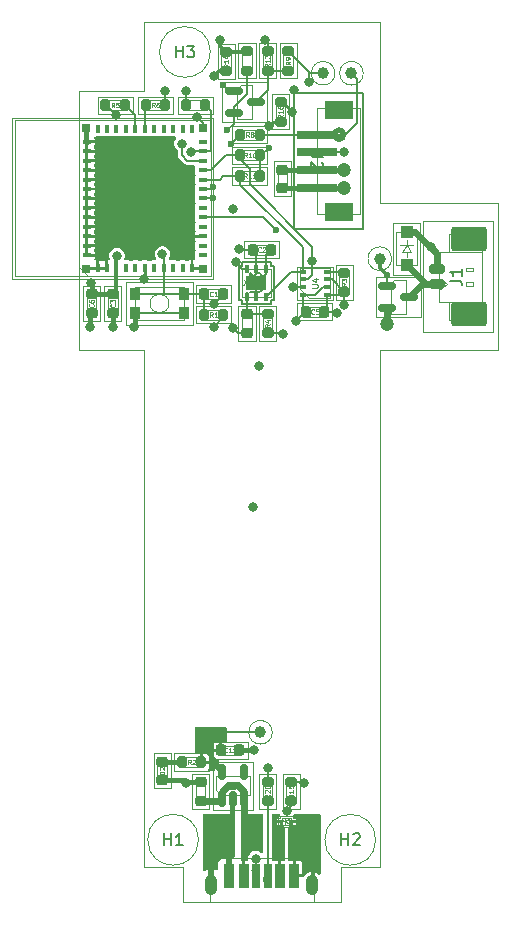
<source format=gtl>
%TF.GenerationSoftware,KiCad,Pcbnew,7.0.7*%
%TF.CreationDate,2023-10-18T20:35:36-04:00*%
%TF.ProjectId,room_environment_monitor,726f6f6d-5f65-46e7-9669-726f6e6d656e,rev?*%
%TF.SameCoordinates,Original*%
%TF.FileFunction,Copper,L1,Top*%
%TF.FilePolarity,Positive*%
%FSLAX46Y46*%
G04 Gerber Fmt 4.6, Leading zero omitted, Abs format (unit mm)*
G04 Created by KiCad (PCBNEW 7.0.7) date 2023-10-18 20:35:36*
%MOMM*%
%LPD*%
G01*
G04 APERTURE LIST*
G04 Aperture macros list*
%AMRoundRect*
0 Rectangle with rounded corners*
0 $1 Rounding radius*
0 $2 $3 $4 $5 $6 $7 $8 $9 X,Y pos of 4 corners*
0 Add a 4 corners polygon primitive as box body*
4,1,4,$2,$3,$4,$5,$6,$7,$8,$9,$2,$3,0*
0 Add four circle primitives for the rounded corners*
1,1,$1+$1,$2,$3*
1,1,$1+$1,$4,$5*
1,1,$1+$1,$6,$7*
1,1,$1+$1,$8,$9*
0 Add four rect primitives between the rounded corners*
20,1,$1+$1,$2,$3,$4,$5,0*
20,1,$1+$1,$4,$5,$6,$7,0*
20,1,$1+$1,$6,$7,$8,$9,0*
20,1,$1+$1,$8,$9,$2,$3,0*%
%AMFreePoly0*
4,1,6,0.725000,-0.725000,-0.725000,-0.725000,-0.725000,0.125000,-0.125000,0.725000,0.725000,0.725000,0.725000,-0.725000,0.725000,-0.725000,$1*%
G04 Aperture macros list end*
%TA.AperFunction,SMDPad,CuDef*%
%ADD10RoundRect,0.200000X0.275000X-0.200000X0.275000X0.200000X-0.275000X0.200000X-0.275000X-0.200000X0*%
%TD*%
%TA.AperFunction,SMDPad,CuDef*%
%ADD11RoundRect,0.200000X-0.275000X0.200000X-0.275000X-0.200000X0.275000X-0.200000X0.275000X0.200000X0*%
%TD*%
%TA.AperFunction,SMDPad,CuDef*%
%ADD12RoundRect,0.200000X0.200000X0.275000X-0.200000X0.275000X-0.200000X-0.275000X0.200000X-0.275000X0*%
%TD*%
%TA.AperFunction,SMDPad,CuDef*%
%ADD13RoundRect,0.225000X-0.225000X-0.250000X0.225000X-0.250000X0.225000X0.250000X-0.225000X0.250000X0*%
%TD*%
%TA.AperFunction,SMDPad,CuDef*%
%ADD14RoundRect,0.150000X-0.587500X-0.150000X0.587500X-0.150000X0.587500X0.150000X-0.587500X0.150000X0*%
%TD*%
%TA.AperFunction,SMDPad,CuDef*%
%ADD15RoundRect,0.150000X0.150000X-0.512500X0.150000X0.512500X-0.150000X0.512500X-0.150000X-0.512500X0*%
%TD*%
%TA.AperFunction,SMDPad,CuDef*%
%ADD16RoundRect,0.200000X-0.200000X-0.275000X0.200000X-0.275000X0.200000X0.275000X-0.200000X0.275000X0*%
%TD*%
%TA.AperFunction,SMDPad,CuDef*%
%ADD17R,0.711200X2.006600*%
%TD*%
%TA.AperFunction,SMDPad,CuDef*%
%ADD18R,0.812800X2.006600*%
%TD*%
%TA.AperFunction,SMDPad,CuDef*%
%ADD19R,0.889000X2.006600*%
%TD*%
%TA.AperFunction,ComponentPad*%
%ADD20O,1.066800X1.701800*%
%TD*%
%TA.AperFunction,SMDPad,CuDef*%
%ADD21R,0.500000X0.350000*%
%TD*%
%TA.AperFunction,SMDPad,CuDef*%
%ADD22C,1.000000*%
%TD*%
%TA.AperFunction,SMDPad,CuDef*%
%ADD23R,0.355600X0.660400*%
%TD*%
%TA.AperFunction,SMDPad,CuDef*%
%ADD24R,1.701800X1.244600*%
%TD*%
%TA.AperFunction,SMDPad,CuDef*%
%ADD25RoundRect,0.225000X-0.250000X0.225000X-0.250000X-0.225000X0.250000X-0.225000X0.250000X0.225000X0*%
%TD*%
%TA.AperFunction,SMDPad,CuDef*%
%ADD26R,0.400000X0.800000*%
%TD*%
%TA.AperFunction,SMDPad,CuDef*%
%ADD27R,0.800000X0.400000*%
%TD*%
%TA.AperFunction,SMDPad,CuDef*%
%ADD28FreePoly0,90.000000*%
%TD*%
%TA.AperFunction,SMDPad,CuDef*%
%ADD29R,1.450000X1.450000*%
%TD*%
%TA.AperFunction,SMDPad,CuDef*%
%ADD30R,0.700000X0.700000*%
%TD*%
%TA.AperFunction,SMDPad,CuDef*%
%ADD31R,3.352800X0.711200*%
%TD*%
%TA.AperFunction,SMDPad,CuDef*%
%ADD32R,2.387600X1.600200*%
%TD*%
%TA.AperFunction,SMDPad,CuDef*%
%ADD33RoundRect,0.062500X0.117500X0.062500X-0.117500X0.062500X-0.117500X-0.062500X0.117500X-0.062500X0*%
%TD*%
%TA.AperFunction,SMDPad,CuDef*%
%ADD34RoundRect,0.218750X0.256250X-0.218750X0.256250X0.218750X-0.256250X0.218750X-0.256250X-0.218750X0*%
%TD*%
%TA.AperFunction,SMDPad,CuDef*%
%ADD35RoundRect,0.225000X0.250000X-0.225000X0.250000X0.225000X-0.250000X0.225000X-0.250000X-0.225000X0*%
%TD*%
%TA.AperFunction,SMDPad,CuDef*%
%ADD36RoundRect,0.200000X0.450000X-0.200000X0.450000X0.200000X-0.450000X0.200000X-0.450000X-0.200000X0*%
%TD*%
%TA.AperFunction,SMDPad,CuDef*%
%ADD37RoundRect,0.250001X1.249999X-0.799999X1.249999X0.799999X-1.249999X0.799999X-1.249999X-0.799999X0*%
%TD*%
%TA.AperFunction,SMDPad,CuDef*%
%ADD38RoundRect,0.225000X0.225000X0.250000X-0.225000X0.250000X-0.225000X-0.250000X0.225000X-0.250000X0*%
%TD*%
%TA.AperFunction,SMDPad,CuDef*%
%ADD39R,0.900000X1.000000*%
%TD*%
%TA.AperFunction,SMDPad,CuDef*%
%ADD40RoundRect,0.250000X-0.300000X0.300000X-0.300000X-0.300000X0.300000X-0.300000X0.300000X0.300000X0*%
%TD*%
%TA.AperFunction,ViaPad*%
%ADD41C,0.800000*%
%TD*%
%TA.AperFunction,ViaPad*%
%ADD42C,1.200000*%
%TD*%
%TA.AperFunction,ViaPad*%
%ADD43C,0.600000*%
%TD*%
%TA.AperFunction,Conductor*%
%ADD44C,0.200000*%
%TD*%
%TA.AperFunction,Conductor*%
%ADD45C,0.400000*%
%TD*%
%TA.AperFunction,Conductor*%
%ADD46C,0.600000*%
%TD*%
%TA.AperFunction,Conductor*%
%ADD47C,0.300000*%
%TD*%
%TA.AperFunction,Conductor*%
%ADD48C,0.250000*%
%TD*%
%TA.AperFunction,Conductor*%
%ADD49C,0.150000*%
%TD*%
%TA.AperFunction,Profile*%
%ADD50C,0.100000*%
%TD*%
%ADD51C,0.050000*%
%ADD52C,0.152400*%
%ADD53C,0.060000*%
%ADD54C,0.150000*%
%ADD55C,0.075000*%
%ADD56C,0.100000*%
%ADD57C,0.025400*%
%ADD58C,0.508000*%
G04 APERTURE END LIST*
D10*
%TO.P,R3,1*%
%TO.N,+3V3*%
X117000000Y-92825000D03*
%TO.P,R3,2*%
%TO.N,Net-(U4-SDO)*%
X117000000Y-91175000D03*
%TD*%
D11*
%TO.P,R9,1*%
%TO.N,Net-(J2-Pin_2)*%
X112250000Y-72425000D03*
%TO.P,R9,2*%
%TO.N,UART1_TX*%
X112250000Y-74075000D03*
%TD*%
%TO.P,R13,1*%
%TO.N,+5V*%
X110500000Y-72425000D03*
%TO.P,R13,2*%
%TO.N,UART1_TX*%
X110500000Y-74075000D03*
%TD*%
D12*
%TO.P,R8,1*%
%TO.N,Net-(J2-Pin_1)*%
X109825000Y-79500000D03*
%TO.P,R8,2*%
%TO.N,UART1_RX*%
X108175000Y-79500000D03*
%TD*%
D13*
%TO.P,C1,1*%
%TO.N,EN*%
X105150000Y-93000000D03*
%TO.P,C1,2*%
%TO.N,GND*%
X106700000Y-93000000D03*
%TD*%
%TO.P,C2,1*%
%TO.N,+3V3*%
X109225000Y-89250000D03*
%TO.P,C2,2*%
%TO.N,GND*%
X110775000Y-89250000D03*
%TD*%
D14*
%TO.P,Q3,1,G*%
%TO.N,FAN*%
X120625000Y-92300000D03*
%TO.P,Q3,2,S*%
%TO.N,GND*%
X120625000Y-94200000D03*
%TO.P,Q3,3,D*%
%TO.N,Net-(D1-A)*%
X122500000Y-93250000D03*
%TD*%
D15*
%TO.P,U5,1,VIN*%
%TO.N,+5V*%
X106625000Y-135762500D03*
%TO.P,U5,2,GND*%
%TO.N,GND*%
X107575000Y-135762500D03*
%TO.P,U5,3,EN*%
%TO.N,+5V*%
X108525000Y-135762500D03*
%TO.P,U5,4,NC*%
%TO.N,unconnected-(U5-NC-Pad4)*%
X108525000Y-133487500D03*
%TO.P,U5,5,VOUT*%
%TO.N,+3V3*%
X106625000Y-133487500D03*
%TD*%
D16*
%TO.P,R11,1*%
%TO.N,I2C_SCL*%
X108175000Y-83000000D03*
%TO.P,R11,2*%
%TO.N,+3V3*%
X109825000Y-83000000D03*
%TD*%
D17*
%TO.P,P1,A5,CC*%
%TO.N,Net-(P1-CC)*%
X110499999Y-142250002D03*
D18*
%TO.P,P1,A9,VBUS*%
%TO.N,+5V*%
X108480000Y-142250002D03*
D19*
%TO.P,P1,A12,GND*%
%TO.N,GND*%
X107250000Y-142250002D03*
D17*
%TO.P,P1,B5,VCONN*%
%TO.N,Net-(P1-VCONN)*%
X109500001Y-142250002D03*
D18*
%TO.P,P1,B9,VBUS*%
%TO.N,+5V*%
X111520000Y-142250002D03*
D19*
%TO.P,P1,B12,GND*%
%TO.N,GND*%
X112750000Y-142250002D03*
D20*
%TO.P,P1,S1,SHIELD*%
X114269999Y-143050003D03*
X105730001Y-143050003D03*
%TD*%
D21*
%TO.P,U4,1,GND*%
%TO.N,GND*%
X113500000Y-93050000D03*
%TO.P,U4,2,CSB*%
%TO.N,+3V3*%
X113500000Y-92400000D03*
%TO.P,U4,3,SDI*%
%TO.N,I2C_SDA*%
X113500000Y-91750000D03*
%TO.P,U4,4,SCK*%
%TO.N,I2C_SCL*%
X113500000Y-91100000D03*
%TO.P,U4,5,SDO*%
%TO.N,Net-(U4-SDO)*%
X115550000Y-91100000D03*
%TO.P,U4,6,VDDIO*%
%TO.N,+3V3*%
X115550000Y-91750000D03*
%TO.P,U4,7,GND*%
%TO.N,GND*%
X115550000Y-92400000D03*
%TO.P,U4,8,VDD*%
%TO.N,+3V3*%
X115550000Y-93050000D03*
%TD*%
D22*
%TO.P,TP4,1,1*%
%TO.N,+3V3*%
X109900000Y-130100000D03*
%TD*%
D23*
%TO.P,U3,1,VDD*%
%TO.N,/Sensors/SGP30_VDD*%
X108750000Y-93250000D03*
%TO.P,U3,2,VSS*%
%TO.N,GND*%
X109550001Y-93250000D03*
%TO.P,U3,3,SDA*%
%TO.N,I2C_SCL*%
X110350002Y-93250000D03*
%TO.P,U3,4,R*%
%TO.N,GND*%
X110350002Y-90862400D03*
%TO.P,U3,5,VDDH*%
%TO.N,+3V3*%
X109550001Y-90862400D03*
%TO.P,U3,6,SCL*%
%TO.N,I2C_SDA*%
X108750000Y-90862400D03*
D24*
%TO.P,U3,7,PAD*%
%TO.N,GND*%
X109550001Y-92056200D03*
%TD*%
D25*
%TO.P,C7,1*%
%TO.N,+5V*%
X111750000Y-82475000D03*
%TO.P,C7,2*%
%TO.N,GND*%
X111750000Y-84025000D03*
%TD*%
D10*
%TO.P,R15,1*%
%TO.N,Net-(P1-VCONN)*%
X112500000Y-135950000D03*
%TO.P,R15,2*%
%TO.N,GND*%
X112500000Y-134300000D03*
%TD*%
D26*
%TO.P,U2,1,GND*%
%TO.N,GND*%
X96100000Y-90800000D03*
%TO.P,U2,2,GND*%
X96900000Y-90800000D03*
%TO.P,U2,3,3V3*%
%TO.N,+3V3*%
X97700000Y-90800000D03*
%TO.P,U2,4,NC*%
%TO.N,unconnected-(U2-NC-Pad4)*%
X98500000Y-90800000D03*
%TO.P,U2,5,GPIO2/ADC1_CH2*%
%TO.N,unconnected-(U2-GPIO2{slash}ADC1_CH2-Pad5)*%
X99300000Y-90800000D03*
%TO.P,U2,6,GPIO3/ADC1_CH3*%
%TO.N,PD*%
X100100000Y-90800000D03*
%TO.P,U2,7,NC*%
%TO.N,unconnected-(U2-NC-Pad7)*%
X100900000Y-90800000D03*
%TO.P,U2,8,EN/CHIP_PU*%
%TO.N,EN*%
X101700000Y-90800000D03*
%TO.P,U2,9,NC*%
%TO.N,unconnected-(U2-NC-Pad9)*%
X102500000Y-90800000D03*
%TO.P,U2,10,NC*%
%TO.N,unconnected-(U2-NC-Pad10)*%
X103300000Y-90800000D03*
%TO.P,U2,11,GND*%
%TO.N,GND*%
X104100000Y-90800000D03*
D27*
%TO.P,U2,12,GPIO0/ADC1_CH0/XTAL_32K_P*%
%TO.N,unconnected-(U2-GPIO0{slash}ADC1_CH0{slash}XTAL_32K_P-Pad12)*%
X105000000Y-89700000D03*
%TO.P,U2,13,GPIO1/ADC1_CH1/XTAL_32K_N*%
%TO.N,unconnected-(U2-GPIO1{slash}ADC1_CH1{slash}XTAL_32K_N-Pad13)*%
X105000000Y-88900000D03*
%TO.P,U2,14,GND*%
%TO.N,GND*%
X105000000Y-88100000D03*
%TO.P,U2,15,NC*%
%TO.N,unconnected-(U2-NC-Pad15)*%
X105000000Y-87300000D03*
%TO.P,U2,16,GPIO10*%
%TO.N,FAN*%
X105000000Y-86500000D03*
%TO.P,U2,17,NC*%
%TO.N,unconnected-(U2-NC-Pad17)*%
X105000000Y-85700000D03*
%TO.P,U2,18,GPIO4/ADC1_CH4*%
%TO.N,UART1_RX*%
X105000000Y-84900000D03*
%TO.P,U2,19,GPIO5/ADC2_CH0*%
%TO.N,UART1_TX_LVL*%
X105000000Y-84100000D03*
%TO.P,U2,20,GPIO6*%
%TO.N,I2C_SCL*%
X105000000Y-83300000D03*
%TO.P,U2,21,GPIO7*%
%TO.N,I2C_SDA*%
X105000000Y-82500000D03*
%TO.P,U2,22,GPIO8*%
%TO.N,NEOPIXEL*%
X105000000Y-81700000D03*
%TO.P,U2,23,GPIO9*%
%TO.N,BOOT*%
X105000000Y-80900000D03*
%TO.P,U2,24,NC*%
%TO.N,unconnected-(U2-NC-Pad24)*%
X105000000Y-80100000D03*
D26*
%TO.P,U2,25,NC*%
%TO.N,unconnected-(U2-NC-Pad25)*%
X104100000Y-79000000D03*
%TO.P,U2,26,GPIO18/USB_D-*%
%TO.N,unconnected-(U2-GPIO18{slash}USB_D--Pad26)*%
X103300000Y-79000000D03*
%TO.P,U2,27,GPIO19/USB_D+*%
%TO.N,unconnected-(U2-GPIO19{slash}USB_D+-Pad27)*%
X102500000Y-79000000D03*
%TO.P,U2,28,NC*%
%TO.N,unconnected-(U2-NC-Pad28)*%
X101700000Y-79000000D03*
%TO.P,U2,29,NC*%
%TO.N,unconnected-(U2-NC-Pad29)*%
X100900000Y-79000000D03*
%TO.P,U2,30,GPIO20/U0RXD*%
%TO.N,UART_RX*%
X100100000Y-79000000D03*
%TO.P,U2,31,GPIO21/U0TXD*%
%TO.N,UART_TX*%
X99300000Y-79000000D03*
%TO.P,U2,32,NC*%
%TO.N,unconnected-(U2-NC-Pad32)*%
X98500000Y-79000000D03*
%TO.P,U2,33,NC*%
%TO.N,unconnected-(U2-NC-Pad33)*%
X97700000Y-79000000D03*
%TO.P,U2,34,NC*%
%TO.N,unconnected-(U2-NC-Pad34)*%
X96900000Y-79000000D03*
%TO.P,U2,35,NC*%
%TO.N,unconnected-(U2-NC-Pad35)*%
X96100000Y-79000000D03*
D27*
%TO.P,U2,36,GND*%
%TO.N,GND*%
X95200000Y-80100000D03*
%TO.P,U2,37,GND*%
X95200000Y-80900000D03*
%TO.P,U2,38,GND*%
X95200000Y-81700000D03*
%TO.P,U2,39,GND*%
X95200000Y-82500000D03*
%TO.P,U2,40,GND*%
X95200000Y-83300000D03*
%TO.P,U2,41,GND*%
X95200000Y-84100000D03*
%TO.P,U2,42,GND*%
X95200000Y-84900000D03*
%TO.P,U2,43,GND*%
X95200000Y-85700000D03*
%TO.P,U2,44,GND*%
X95200000Y-86500000D03*
%TO.P,U2,45,GND*%
X95200000Y-87300000D03*
%TO.P,U2,46,GND*%
X95200000Y-88100000D03*
%TO.P,U2,47,GND*%
X95200000Y-88900000D03*
%TO.P,U2,48,GND*%
X95200000Y-89700000D03*
D28*
%TO.P,U2,49,GND*%
X98125000Y-86875000D03*
D29*
X100100000Y-86875000D03*
X102075000Y-86875000D03*
X98125000Y-84900000D03*
X100100000Y-84900000D03*
X102075000Y-84900000D03*
X98125000Y-82925000D03*
X100100000Y-82925000D03*
X102075000Y-82925000D03*
D30*
%TO.P,U2,50,GND*%
X95150000Y-78950000D03*
%TO.P,U2,51,GND*%
X105050000Y-78950000D03*
%TO.P,U2,52,GND*%
X105050000Y-90850000D03*
%TO.P,U2,53,GND*%
X95150000Y-90850000D03*
%TD*%
D31*
%TO.P,J2,1,Pin_1*%
%TO.N,Net-(J2-Pin_1)*%
X114645800Y-79499999D03*
%TO.P,J2,2,Pin_2*%
%TO.N,Net-(J2-Pin_2)*%
X114645800Y-80999999D03*
%TO.P,J2,3,Pin_3*%
%TO.N,+5V*%
X114645800Y-82500001D03*
%TO.P,J2,4,Pin_4*%
%TO.N,GND*%
X114645800Y-84000001D03*
D32*
%TO.P,J2,5*%
%TO.N,N/C*%
X116528448Y-77449998D03*
%TO.P,J2,6*%
X116528448Y-86050002D03*
%TD*%
D22*
%TO.P,TP2,1,1*%
%TO.N,Net-(J2-Pin_1)*%
X117600000Y-74300000D03*
%TD*%
D13*
%TO.P,C11,1*%
%TO.N,+3V3*%
X106550000Y-131625000D03*
%TO.P,C11,2*%
%TO.N,GND*%
X108100000Y-131625000D03*
%TD*%
D33*
%TO.P,D7,1,K*%
%TO.N,+5V*%
X111705000Y-137650000D03*
%TO.P,D7,2,A*%
%TO.N,GND*%
X112545000Y-137650000D03*
%TD*%
D11*
%TO.P,R12,1*%
%TO.N,+3V3*%
X108750000Y-72425000D03*
%TO.P,R12,2*%
%TO.N,UART1_TX_LVL*%
X108750000Y-74075000D03*
%TD*%
D10*
%TO.P,R14,1*%
%TO.N,PD*%
X107000000Y-74112500D03*
%TO.P,R14,2*%
%TO.N,+3V3*%
X107000000Y-72462500D03*
%TD*%
D16*
%TO.P,R10,1*%
%TO.N,I2C_SDA*%
X108175000Y-81250000D03*
%TO.P,R10,2*%
%TO.N,+3V3*%
X109825000Y-81250000D03*
%TD*%
D12*
%TO.P,R1,1*%
%TO.N,+3V3*%
X106750000Y-94750000D03*
%TO.P,R1,2*%
%TO.N,EN*%
X105100000Y-94750000D03*
%TD*%
D10*
%TO.P,R20,1*%
%TO.N,Net-(P1-CC)*%
X110500000Y-135950000D03*
%TO.P,R20,2*%
%TO.N,GND*%
X110500000Y-134300000D03*
%TD*%
D34*
%TO.P,D2,1,K*%
%TO.N,GND*%
X101575000Y-134162500D03*
%TO.P,D2,2,A*%
%TO.N,Net-(D2-A)*%
X101575000Y-132587500D03*
%TD*%
D35*
%TO.P,C10,1*%
%TO.N,+5V*%
X104825000Y-135900000D03*
%TO.P,C10,2*%
%TO.N,GND*%
X104825000Y-134350000D03*
%TD*%
D12*
%TO.P,R5,1*%
%TO.N,UART_TX*%
X98425000Y-77000000D03*
%TO.P,R5,2*%
%TO.N,Net-(J3-Pin_6)*%
X96775000Y-77000000D03*
%TD*%
D36*
%TO.P,J1,1,Pin_1*%
%TO.N,Net-(D1-A)*%
X124825000Y-92150000D03*
%TO.P,J1,2,Pin_2*%
%TO.N,+5V*%
X124825000Y-90900000D03*
D37*
%TO.P,J1,MP*%
%TO.N,N/C*%
X127575000Y-94700000D03*
X127575000Y-88350000D03*
%TD*%
D16*
%TO.P,R6,1*%
%TO.N,UART_RX*%
X100175000Y-77000000D03*
%TO.P,R6,2*%
%TO.N,Net-(J3-Pin_5)*%
X101825000Y-77000000D03*
%TD*%
D11*
%TO.P,R16,1*%
%TO.N,+3V3*%
X111600000Y-76750000D03*
%TO.P,R16,2*%
%TO.N,NEOPIXEL*%
X111600000Y-78400000D03*
%TD*%
D38*
%TO.P,C5,1*%
%TO.N,+3V3*%
X115275000Y-94500000D03*
%TO.P,C5,2*%
%TO.N,GND*%
X113725000Y-94500000D03*
%TD*%
D39*
%TO.P,SW1,1,A*%
%TO.N,GND*%
X103400000Y-94600000D03*
X99300000Y-94600000D03*
%TO.P,SW1,2,B*%
%TO.N,EN*%
X103400000Y-93000000D03*
X99300000Y-93000000D03*
%TD*%
D12*
%TO.P,R2,1*%
%TO.N,+3V3*%
X104900000Y-132625000D03*
%TO.P,R2,2*%
%TO.N,Net-(D2-A)*%
X103250000Y-132625000D03*
%TD*%
D25*
%TO.P,C4,1*%
%TO.N,/Sensors/SGP30_VDD*%
X108750000Y-94725000D03*
%TO.P,C4,2*%
%TO.N,GND*%
X108750000Y-96275000D03*
%TD*%
D10*
%TO.P,R4,1*%
%TO.N,+3V3*%
X110500000Y-96325000D03*
%TO.P,R4,2*%
%TO.N,/Sensors/SGP30_VDD*%
X110500000Y-94675000D03*
%TD*%
D25*
%TO.P,C3,1*%
%TO.N,+3V3*%
X97400000Y-93025000D03*
%TO.P,C3,2*%
%TO.N,GND*%
X97400000Y-94575000D03*
%TD*%
D22*
%TO.P,TP3,1,1*%
%TO.N,Net-(J2-Pin_2)*%
X115200000Y-74300000D03*
%TD*%
D25*
%TO.P,C6,1*%
%TO.N,+3V3*%
X95600000Y-93025000D03*
%TO.P,C6,2*%
%TO.N,GND*%
X95600000Y-94575000D03*
%TD*%
D40*
%TO.P,D1,1,K*%
%TO.N,+5V*%
X122275000Y-87750000D03*
%TO.P,D1,2,A*%
%TO.N,Net-(D1-A)*%
X122275000Y-90550000D03*
%TD*%
D16*
%TO.P,R7,1*%
%TO.N,+3V3*%
X103575000Y-77000000D03*
%TO.P,R7,2*%
%TO.N,BOOT*%
X105225000Y-77000000D03*
%TD*%
D22*
%TO.P,TP1,1,1*%
%TO.N,FAN*%
X120000000Y-90000000D03*
%TD*%
D14*
%TO.P,Q1,1,G*%
%TO.N,+3V3*%
X107625000Y-75800000D03*
%TO.P,Q1,2,S*%
%TO.N,UART1_TX_LVL*%
X107625000Y-77700000D03*
%TO.P,Q1,3,D*%
%TO.N,UART1_TX*%
X109500000Y-76750000D03*
%TD*%
D41*
%TO.N,EN*%
X101600000Y-89600000D03*
%TO.N,GND*%
X103575000Y-134375000D03*
X95500000Y-95800000D03*
X97425000Y-95750000D03*
X107600000Y-95900000D03*
X109325000Y-131625000D03*
X110575000Y-133125000D03*
X98000000Y-85000000D03*
X106000000Y-137750000D03*
X112750000Y-75750000D03*
X104500000Y-78000000D03*
X107600000Y-85800000D03*
X98000000Y-83000000D03*
X106000000Y-139500000D03*
X109550001Y-92056200D03*
D42*
X120600000Y-95500000D03*
D41*
X102000000Y-85000000D03*
X109800000Y-99100000D03*
X114250000Y-137750000D03*
X105985081Y-93804619D03*
X98000000Y-86800000D03*
X113000000Y-138500000D03*
X109250000Y-111000000D03*
X113580000Y-134370000D03*
X114250000Y-139500000D03*
X107000000Y-138500000D03*
X112900000Y-95300000D03*
X99175000Y-95750000D03*
D42*
X117000000Y-84000000D03*
D41*
%TO.N,BOOT*%
X104000000Y-81000000D03*
%TO.N,+3V3*%
X111800000Y-96400000D03*
X117000000Y-93900000D03*
X112600000Y-77575000D03*
D43*
X106700000Y-75300000D03*
D41*
X108100000Y-89200000D03*
X105075000Y-130125000D03*
X95537701Y-92062299D03*
X112649500Y-92400000D03*
X105075000Y-131125000D03*
X106325000Y-130125000D03*
D43*
X110600000Y-80600000D03*
D41*
X97750000Y-89750000D03*
X103600000Y-75800000D03*
X116400000Y-94600000D03*
X106500000Y-71500000D03*
X106000000Y-95750000D03*
%TO.N,+5V*%
X110250000Y-71500000D03*
D42*
X117000000Y-82500000D03*
D41*
X109500000Y-139500000D03*
X111500000Y-138550000D03*
X109500000Y-137750000D03*
X124300000Y-89000000D03*
X111500000Y-140000000D03*
%TO.N,NEOPIXEL*%
X110657911Y-78736508D03*
X103250000Y-80250000D03*
D43*
%TO.N,UART1_RX*%
X107400000Y-80300000D03*
X105900000Y-84900000D03*
%TO.N,FAN*%
X111200000Y-87600000D03*
X120600000Y-91400000D03*
%TO.N,UART1_TX_LVL*%
X107100000Y-79100000D03*
X105900000Y-83900000D03*
D41*
%TO.N,I2C_SDA*%
X107800000Y-90300000D03*
X114300000Y-90200000D03*
%TO.N,Net-(P1-VCONN)*%
X112120000Y-136750000D03*
X109500000Y-140800000D03*
%TO.N,Net-(J3-Pin_5)*%
X101800000Y-75800000D03*
%TO.N,Net-(J3-Pin_6)*%
X97630000Y-77830000D03*
%TO.N,Net-(J2-Pin_2)*%
X117000000Y-81000000D03*
X114000000Y-75000000D03*
%TO.N,PD*%
X106000000Y-74500000D03*
X100000000Y-91750000D03*
%TD*%
D44*
%TO.N,EN*%
X101700000Y-90800000D02*
X101700000Y-92950000D01*
X101750000Y-93000000D02*
X103400000Y-93000000D01*
X101700000Y-90800000D02*
X101700000Y-89700000D01*
X105150000Y-93000000D02*
X105150000Y-94700000D01*
X101700000Y-89700000D02*
X101600000Y-89600000D01*
X101700000Y-92950000D02*
X101750000Y-93000000D01*
X101750000Y-93000000D02*
X99300000Y-93000000D01*
X103400000Y-93000000D02*
X105150000Y-93000000D01*
%TO.N,GND*%
X108750000Y-96275000D02*
X107975000Y-96275000D01*
X109550001Y-93250000D02*
X109550001Y-92056200D01*
X107975000Y-96275000D02*
X107600000Y-95900000D01*
D45*
X111774999Y-84000001D02*
X111750000Y-84025000D01*
D44*
X114525000Y-93050000D02*
X115175000Y-92400000D01*
X113500000Y-93050000D02*
X113500000Y-94275000D01*
X109550001Y-92056200D02*
X110350002Y-91256199D01*
X110350002Y-90862400D02*
X110350002Y-89674998D01*
X110350002Y-91256199D02*
X110350002Y-90862400D01*
D45*
X97425000Y-94525000D02*
X97425000Y-95750000D01*
X103362500Y-134162500D02*
X103575000Y-134375000D01*
D44*
X110350002Y-89674998D02*
X110775000Y-89250000D01*
X106700000Y-93089700D02*
X105985081Y-93804619D01*
D45*
X99300000Y-94600000D02*
X99300000Y-95625000D01*
X104825000Y-134350000D02*
X103600000Y-134350000D01*
X103600000Y-134350000D02*
X103575000Y-134375000D01*
D44*
X113500000Y-93050000D02*
X114525000Y-93050000D01*
X113510000Y-134300000D02*
X113580000Y-134370000D01*
D45*
X114645800Y-84000001D02*
X117000000Y-84000000D01*
D46*
X120625000Y-94200000D02*
X120625000Y-95475000D01*
D45*
X95150000Y-78950000D02*
X95150000Y-80050000D01*
D44*
X110575000Y-134300000D02*
X110575000Y-133125000D01*
X115175000Y-92400000D02*
X115550000Y-92400000D01*
X105050000Y-78550000D02*
X104500000Y-78000000D01*
D45*
X95500000Y-94525000D02*
X95500000Y-95800000D01*
X114645800Y-84000001D02*
X111774999Y-84000001D01*
D44*
X112500000Y-134300000D02*
X113510000Y-134300000D01*
X105050000Y-78950000D02*
X105050000Y-78550000D01*
X103400000Y-94600000D02*
X99300000Y-94600000D01*
D45*
X99300000Y-95625000D02*
X99175000Y-95750000D01*
X101575000Y-134162500D02*
X103362500Y-134162500D01*
D46*
X120625000Y-95475000D02*
X120600000Y-95500000D01*
D44*
X113700000Y-94500000D02*
X112900000Y-95300000D01*
D45*
X95150000Y-80050000D02*
X95200000Y-80100000D01*
X108100000Y-131625000D02*
X109325000Y-131625000D01*
D44*
%TO.N,BOOT*%
X105000000Y-80900000D02*
X104100000Y-80900000D01*
X105000000Y-80900000D02*
X105600000Y-80900000D01*
X105600000Y-80900000D02*
X105700000Y-80800000D01*
X104100000Y-80900000D02*
X104000000Y-81000000D01*
X105700000Y-80800000D02*
X105700000Y-77475000D01*
X105700000Y-77475000D02*
X105225000Y-77000000D01*
%TO.N,+3V3*%
X115550000Y-93050000D02*
X115550000Y-94225000D01*
X103575000Y-77000000D02*
X103575000Y-75825000D01*
D47*
X106500000Y-71962500D02*
X107000000Y-72462500D01*
D44*
X106350000Y-130100000D02*
X109900000Y-130100000D01*
X109550001Y-89575001D02*
X109225000Y-89250000D01*
D47*
X97700000Y-92700000D02*
X97700000Y-90800000D01*
D44*
X115550000Y-91750000D02*
X115925000Y-91750000D01*
X108712500Y-72462500D02*
X108750000Y-72425000D01*
X107200000Y-75800000D02*
X106700000Y-75300000D01*
X117000000Y-92825000D02*
X117000000Y-93900000D01*
D47*
X97700000Y-90800000D02*
X97700000Y-89800000D01*
X106500000Y-71500000D02*
X106500000Y-71962500D01*
D48*
X111600000Y-76750000D02*
X111775000Y-76750000D01*
D44*
X109550001Y-90862400D02*
X109550001Y-89575001D01*
D45*
X95600000Y-92124598D02*
X95537701Y-92062299D01*
D47*
X107000000Y-72462500D02*
X108712500Y-72462500D01*
D44*
X103575000Y-75825000D02*
X103600000Y-75800000D01*
D47*
X97425000Y-92975000D02*
X97700000Y-92700000D01*
D44*
X113500000Y-92400000D02*
X112649500Y-92400000D01*
X109950000Y-81250000D02*
X110600000Y-80600000D01*
D46*
X106625000Y-133375000D02*
X105875000Y-132625000D01*
D44*
X109225000Y-89250000D02*
X108150000Y-89250000D01*
X111725000Y-96325000D02*
X111800000Y-96400000D01*
D45*
X95600000Y-93025000D02*
X95600000Y-92124598D01*
D44*
X110500000Y-96325000D02*
X111725000Y-96325000D01*
X116300000Y-94500000D02*
X116400000Y-94600000D01*
D48*
X111775000Y-76750000D02*
X112600000Y-77575000D01*
D45*
X95600000Y-93025000D02*
X97400000Y-93025000D01*
D44*
X106750000Y-94925000D02*
X105925000Y-95750000D01*
D47*
X97700000Y-89800000D02*
X97750000Y-89750000D01*
D44*
X108150000Y-89250000D02*
X108100000Y-89200000D01*
X106325000Y-130125000D02*
X106350000Y-130100000D01*
X115925000Y-91750000D02*
X117000000Y-92825000D01*
X115550000Y-93050000D02*
X116775000Y-93050000D01*
X115275000Y-94500000D02*
X116300000Y-94500000D01*
X109825000Y-83000000D02*
X109825000Y-81250000D01*
%TO.N,/Sensors/SGP30_VDD*%
X108750000Y-94625000D02*
X108800000Y-94675000D01*
X110500000Y-94675000D02*
X108800000Y-94675000D01*
X108800000Y-94675000D02*
X108750000Y-94725000D01*
X108750000Y-93250000D02*
X108750000Y-94625000D01*
D46*
%TO.N,+5V*%
X108525000Y-135762500D02*
X108525000Y-140295002D01*
D44*
X110500000Y-71750000D02*
X110250000Y-71500000D01*
D46*
X122275000Y-87750000D02*
X123000000Y-87750000D01*
X107155760Y-134600000D02*
X107994239Y-134600000D01*
X124750000Y-89500000D02*
X124825000Y-89575000D01*
X124000000Y-88750000D02*
X124250000Y-89000000D01*
X124300000Y-89000000D02*
X124300000Y-89050000D01*
X107994239Y-134600000D02*
X108525000Y-135130761D01*
D44*
X110500000Y-72425000D02*
X110500000Y-71750000D01*
D45*
X114645800Y-82500001D02*
X117000000Y-82500000D01*
D46*
X124825000Y-89575000D02*
X124825000Y-90900000D01*
X106487500Y-135900000D02*
X106625000Y-135762500D01*
D45*
X111775001Y-82500001D02*
X111750000Y-82475000D01*
X114645800Y-82500001D02*
X111775001Y-82500001D01*
D46*
X124300000Y-89050000D02*
X124750000Y-89500000D01*
X106625000Y-135130761D02*
X107155760Y-134600000D01*
X104825000Y-135900000D02*
X106487500Y-135900000D01*
X106625000Y-135762500D02*
X106625000Y-135130761D01*
X123000000Y-87750000D02*
X124000000Y-88750000D01*
X124250000Y-89000000D02*
X124300000Y-89000000D01*
X108525000Y-135130761D02*
X108525000Y-135762500D01*
%TO.N,Net-(D1-A)*%
X122500000Y-93250000D02*
X123600000Y-92150000D01*
X123875000Y-92150000D02*
X124825000Y-92150000D01*
X122275000Y-90550000D02*
X123875000Y-92150000D01*
X123600000Y-92150000D02*
X123875000Y-92150000D01*
D45*
%TO.N,Net-(D2-A)*%
X101575000Y-132587500D02*
X103212500Y-132587500D01*
D44*
%TO.N,NEOPIXEL*%
X105000000Y-81700000D02*
X103700000Y-81700000D01*
D48*
X111600000Y-78400000D02*
X110994419Y-78400000D01*
X110994419Y-78400000D02*
X110657911Y-78736508D01*
D44*
X103700000Y-81700000D02*
X103250000Y-81250000D01*
X103250000Y-81250000D02*
X103250000Y-80250000D01*
%TO.N,UART1_RX*%
X105900000Y-84900000D02*
X105000000Y-84900000D01*
X108175000Y-79525000D02*
X107400000Y-80300000D01*
%TO.N,UART1_TX*%
X110500000Y-74075000D02*
X112250000Y-74075000D01*
X110500000Y-75750000D02*
X110500000Y-74075000D01*
X109500000Y-76750000D02*
X110500000Y-75750000D01*
%TO.N,FAN*%
X120600000Y-91400000D02*
X120600000Y-92275000D01*
D47*
X120000000Y-90000000D02*
X120000000Y-90800000D01*
D44*
X110100000Y-86500000D02*
X111200000Y-87600000D01*
X105000000Y-86500000D02*
X110100000Y-86500000D01*
D47*
X120000000Y-90800000D02*
X120600000Y-91400000D01*
D44*
%TO.N,UART1_TX_LVL*%
X105000000Y-84100000D02*
X105700000Y-84100000D01*
X105700000Y-84100000D02*
X105900000Y-83900000D01*
X107625000Y-77700000D02*
X107625000Y-78575000D01*
X108750000Y-76048896D02*
X108750000Y-74075000D01*
X107625000Y-78575000D02*
X107100000Y-79100000D01*
X107625000Y-77700000D02*
X107625000Y-77173896D01*
X107625000Y-77173896D02*
X108750000Y-76048896D01*
%TO.N,UART_RX*%
X100100000Y-77075000D02*
X100100000Y-79000000D01*
%TO.N,UART_TX*%
X99300000Y-79000000D02*
X99300000Y-77875000D01*
X99300000Y-77875000D02*
X98425000Y-77000000D01*
D49*
%TO.N,Net-(P1-CC)*%
X110499999Y-136025001D02*
X110575000Y-135950000D01*
X110499999Y-142450002D02*
X110499999Y-136025001D01*
D44*
X110500000Y-135950000D02*
X110499999Y-142250002D01*
%TO.N,I2C_SCL*%
X112500002Y-91100000D02*
X113500000Y-91100000D01*
X110350002Y-93250000D02*
X112500002Y-91100000D01*
X106450000Y-83300000D02*
X106750000Y-83000000D01*
X106750000Y-83000000D02*
X108175000Y-83000000D01*
X113500000Y-91100000D02*
X113500000Y-89050000D01*
X105000000Y-83300000D02*
X106450000Y-83300000D01*
X113500000Y-89050000D02*
X108175000Y-83725000D01*
X108175000Y-83725000D02*
X108175000Y-83000000D01*
%TO.N,I2C_SDA*%
X114300000Y-91400000D02*
X113950000Y-91750000D01*
X108362400Y-90862400D02*
X107800000Y-90300000D01*
X105750000Y-82500000D02*
X107000000Y-81250000D01*
X109000000Y-83700000D02*
X114300000Y-89000000D01*
X105000000Y-82500000D02*
X105750000Y-82500000D01*
X109000000Y-82400000D02*
X109000000Y-83700000D01*
X113950000Y-91750000D02*
X113500000Y-91750000D01*
X108175000Y-81575000D02*
X109000000Y-82400000D01*
X114300000Y-89000000D02*
X114300000Y-91400000D01*
X107000000Y-81250000D02*
X108175000Y-81250000D01*
X108750000Y-90862400D02*
X108362400Y-90862400D01*
%TO.N,Net-(P1-VCONN)*%
X109500001Y-142250002D02*
X109500000Y-140800000D01*
X112500000Y-135950000D02*
X112500000Y-136370000D01*
X112500000Y-136370000D02*
X112120000Y-136750000D01*
%TO.N,Net-(J3-Pin_5)*%
X101825000Y-75825000D02*
X101800000Y-75800000D01*
X101825000Y-77000000D02*
X101825000Y-75825000D01*
%TO.N,Net-(J3-Pin_6)*%
X96819336Y-77000000D02*
X97659668Y-77840332D01*
%TO.N,Net-(J2-Pin_1)*%
X112500000Y-79500000D02*
X114645800Y-79499999D01*
X117600000Y-74300000D02*
X118100000Y-74800000D01*
X114645800Y-79499999D02*
X117072347Y-79499999D01*
X109825000Y-79500000D02*
X112500000Y-79500000D01*
X117072347Y-79499999D02*
X118099999Y-78472347D01*
X118100000Y-74800000D02*
X118099999Y-76000000D01*
X118099999Y-78472347D02*
X118099999Y-76000000D01*
%TO.N,Net-(J2-Pin_2)*%
X114125000Y-74300000D02*
X115200000Y-74300000D01*
X112250000Y-72425000D02*
X114000000Y-74175000D01*
X114000000Y-74175000D02*
X114000000Y-74925000D01*
X114645800Y-80999999D02*
X117000000Y-81000000D01*
X114000000Y-74175000D02*
X114125000Y-74300000D01*
D48*
%TO.N,PD*%
X100100000Y-91650000D02*
X100000000Y-91750000D01*
X100100000Y-90800000D02*
X100100000Y-91650000D01*
D47*
X106387500Y-74112500D02*
X106000000Y-74500000D01*
X107000000Y-74112500D02*
X106387500Y-74112500D01*
D44*
%TO.N,Net-(U4-SDO)*%
X115550000Y-91100000D02*
X116925000Y-91100000D01*
%TD*%
%TA.AperFunction,Conductor*%
%TO.N,GND*%
G36*
X107700000Y-136965000D02*
G01*
X107700000Y-140622702D01*
X107680315Y-140689741D01*
X107627511Y-140735496D01*
X107576000Y-140746702D01*
X107500000Y-140746702D01*
X107500000Y-142376002D01*
X107480315Y-142443041D01*
X107427511Y-142488796D01*
X107376009Y-142500000D01*
X107123993Y-142500000D01*
X107056961Y-142480317D01*
X107011206Y-142427513D01*
X107000000Y-142376002D01*
X107000000Y-140746702D01*
X106757655Y-140746702D01*
X106698127Y-140753103D01*
X106698120Y-140753105D01*
X106563413Y-140803347D01*
X106563406Y-140803351D01*
X106448312Y-140889511D01*
X106448309Y-140889514D01*
X106362149Y-141004608D01*
X106362145Y-141004615D01*
X106311903Y-141139322D01*
X106311901Y-141139329D01*
X106305500Y-141198857D01*
X106305499Y-141198874D01*
X106305499Y-141661471D01*
X106285814Y-141728511D01*
X106233010Y-141774265D01*
X106163852Y-141784209D01*
X106133513Y-141774265D01*
X106133011Y-141775478D01*
X106127391Y-141773150D01*
X105980001Y-141728439D01*
X105980001Y-142418248D01*
X105960316Y-142485287D01*
X105943336Y-142500000D01*
X105515299Y-142500000D01*
X105503423Y-142490774D01*
X105480179Y-142424884D01*
X105480001Y-142418248D01*
X105480001Y-141728439D01*
X105480000Y-141728439D01*
X105332616Y-141773148D01*
X105182452Y-141853413D01*
X105114049Y-141867655D01*
X105048805Y-141842655D01*
X105007435Y-141786350D01*
X105000000Y-141744060D01*
X105000000Y-137124000D01*
X105019685Y-137056961D01*
X105072489Y-137011206D01*
X105124000Y-137000000D01*
X107300000Y-137000000D01*
X107300000Y-136999643D01*
X107319685Y-136932604D01*
X107324999Y-136926268D01*
X107325000Y-135636500D01*
X107344685Y-135569460D01*
X107397489Y-135523706D01*
X107449000Y-135512500D01*
X107700000Y-135512500D01*
X107700000Y-136965000D01*
G37*
%TD.AperFunction*%
%TD*%
%TA.AperFunction,Conductor*%
%TO.N,+3V3*%
G36*
X107018039Y-129644685D02*
G01*
X107063794Y-129697489D01*
X107075000Y-129749000D01*
X107074999Y-130801335D01*
X107055314Y-130868375D01*
X107002510Y-130914129D01*
X106933352Y-130924073D01*
X106907665Y-130917516D01*
X106877015Y-130906084D01*
X106877012Y-130906083D01*
X106820428Y-130900000D01*
X106675000Y-130900000D01*
X106675000Y-131626000D01*
X106655315Y-131693039D01*
X106602511Y-131738794D01*
X106551000Y-131750000D01*
X105850001Y-131750000D01*
X105850001Y-131920439D01*
X105856081Y-131977007D01*
X105903813Y-132104981D01*
X105903815Y-132104984D01*
X105985670Y-132214329D01*
X106095015Y-132296184D01*
X106095016Y-132296185D01*
X106222989Y-132343916D01*
X106279571Y-132349999D01*
X106305077Y-132349999D01*
X106372117Y-132369681D01*
X106417874Y-132422484D01*
X106427819Y-132491642D01*
X106398797Y-132555198D01*
X106357212Y-132582781D01*
X106358548Y-132585403D01*
X106236958Y-132647356D01*
X106236949Y-132647363D01*
X106147363Y-132736949D01*
X106147360Y-132736953D01*
X106089833Y-132849855D01*
X106075000Y-132943514D01*
X106075000Y-133251000D01*
X106055315Y-133318039D01*
X106002511Y-133363794D01*
X105951000Y-133375000D01*
X105554350Y-133375000D01*
X105487311Y-133355315D01*
X105441556Y-133302511D01*
X105431612Y-133233353D01*
X105454580Y-133177366D01*
X105502346Y-133112645D01*
X105547149Y-132984604D01*
X105547149Y-132984600D01*
X105550000Y-132954206D01*
X105550000Y-132750000D01*
X104899000Y-132750000D01*
X104831961Y-132730315D01*
X104786206Y-132677511D01*
X104775000Y-132626000D01*
X104774999Y-131900000D01*
X105025000Y-131900000D01*
X105025000Y-132500000D01*
X105549999Y-132500000D01*
X105549999Y-132295803D01*
X105547148Y-132265393D01*
X105502346Y-132137354D01*
X105421792Y-132028207D01*
X105312645Y-131947653D01*
X105184602Y-131902850D01*
X105154207Y-131900000D01*
X105025000Y-131900000D01*
X104774999Y-131900000D01*
X104645804Y-131900000D01*
X104615393Y-131902851D01*
X104489954Y-131946744D01*
X104420175Y-131950305D01*
X104359548Y-131915576D01*
X104327321Y-131853582D01*
X104325000Y-131829702D01*
X104325000Y-131500000D01*
X105850000Y-131500000D01*
X106425000Y-131500000D01*
X106425000Y-130900000D01*
X106279566Y-130900000D01*
X106279559Y-130900001D01*
X106222992Y-130906081D01*
X106095018Y-130953813D01*
X106095015Y-130953815D01*
X105985670Y-131035670D01*
X105903815Y-131145015D01*
X105903814Y-131145016D01*
X105856083Y-131272989D01*
X105850000Y-131329571D01*
X105850000Y-131500000D01*
X104325000Y-131500000D01*
X104325000Y-129749000D01*
X104344685Y-129681961D01*
X104397489Y-129636206D01*
X104449000Y-129625000D01*
X106951000Y-129625000D01*
X107018039Y-129644685D01*
G37*
%TD.AperFunction*%
%TD*%
%TA.AperFunction,Conductor*%
%TO.N,+5V*%
G36*
X110092539Y-137019685D02*
G01*
X110138294Y-137072489D01*
X110149500Y-137124000D01*
X110149499Y-140230829D01*
X110129814Y-140297868D01*
X110077010Y-140343623D01*
X110007852Y-140353567D01*
X109944296Y-140324542D01*
X109943273Y-140323645D01*
X109872240Y-140260717D01*
X109872238Y-140260715D01*
X109732365Y-140187303D01*
X109578986Y-140149500D01*
X109578985Y-140149500D01*
X109421015Y-140149500D01*
X109421014Y-140149500D01*
X109267634Y-140187303D01*
X109127762Y-140260715D01*
X109009516Y-140365471D01*
X108919781Y-140495475D01*
X108919780Y-140495476D01*
X108863762Y-140643181D01*
X108844722Y-140799999D01*
X108851735Y-140857755D01*
X108840275Y-140926679D01*
X108793371Y-140978465D01*
X108728639Y-140996702D01*
X108605000Y-140996702D01*
X108605000Y-142251002D01*
X108585315Y-142318041D01*
X108532511Y-142363796D01*
X108481000Y-142375002D01*
X108479000Y-142375002D01*
X108411961Y-142355317D01*
X108366206Y-142302513D01*
X108355000Y-142251002D01*
X108355000Y-140996702D01*
X108347101Y-140988803D01*
X108306961Y-140977017D01*
X108261206Y-140924213D01*
X108250000Y-140872702D01*
X108250000Y-137124000D01*
X108269685Y-137056961D01*
X108322489Y-137011206D01*
X108374000Y-137000000D01*
X110025500Y-137000000D01*
X110092539Y-137019685D01*
G37*
%TD.AperFunction*%
%TA.AperFunction,Conductor*%
G36*
X111504104Y-137019685D02*
G01*
X111539115Y-137053560D01*
X111566548Y-137093304D01*
X111588431Y-137159659D01*
X111570965Y-137227311D01*
X111519697Y-137274780D01*
X111513488Y-137277206D01*
X111405490Y-137327567D01*
X111327566Y-137405491D01*
X111280991Y-137505370D01*
X111280990Y-137505375D01*
X111278406Y-137524998D01*
X111278408Y-137525000D01*
X111706000Y-137525000D01*
X111773039Y-137544685D01*
X111818794Y-137597489D01*
X111830000Y-137649000D01*
X111830000Y-138024999D01*
X111859115Y-138024999D01*
X111859806Y-138024908D01*
X111860015Y-138024940D01*
X111863167Y-138024734D01*
X111863213Y-138025439D01*
X111928842Y-138035669D01*
X111981101Y-138082045D01*
X112000000Y-138147846D01*
X112000000Y-140872702D01*
X111980315Y-140939741D01*
X111927511Y-140985496D01*
X111876000Y-140996702D01*
X111645000Y-140996702D01*
X111645000Y-142251002D01*
X111625315Y-142318041D01*
X111572511Y-142363796D01*
X111521000Y-142375002D01*
X111519000Y-142375002D01*
X111451961Y-142355317D01*
X111406206Y-142302513D01*
X111395000Y-142251002D01*
X111395000Y-140996702D01*
X111088971Y-140996702D01*
X111010072Y-141012396D01*
X110961690Y-141012396D01*
X110950308Y-141010132D01*
X110888397Y-140977747D01*
X110853823Y-140917032D01*
X110850499Y-140888515D01*
X110850500Y-137775001D01*
X111278406Y-137775001D01*
X111280990Y-137794624D01*
X111280991Y-137794629D01*
X111327566Y-137894508D01*
X111405491Y-137972433D01*
X111505373Y-138019009D01*
X111505372Y-138019009D01*
X111550868Y-138024998D01*
X111550884Y-138024999D01*
X111580000Y-138024998D01*
X111580000Y-137775000D01*
X111278408Y-137775000D01*
X111278406Y-137775001D01*
X110850500Y-137775001D01*
X110850500Y-137124000D01*
X110870185Y-137056961D01*
X110922989Y-137011206D01*
X110974500Y-137000000D01*
X111437065Y-137000000D01*
X111504104Y-137019685D01*
G37*
%TD.AperFunction*%
%TD*%
%TA.AperFunction,Conductor*%
%TO.N,GND*%
G36*
X102165166Y-79611275D02*
G01*
X102168829Y-79613628D01*
X102202260Y-79635966D01*
X102202262Y-79635966D01*
X102202263Y-79635967D01*
X102275321Y-79650499D01*
X102275324Y-79650500D01*
X102637125Y-79650500D01*
X102704164Y-79670185D01*
X102749919Y-79722989D01*
X102759863Y-79792147D01*
X102739175Y-79844940D01*
X102669781Y-79945475D01*
X102669780Y-79945476D01*
X102613762Y-80093181D01*
X102594722Y-80249999D01*
X102594722Y-80250000D01*
X102613762Y-80406818D01*
X102669780Y-80554523D01*
X102669781Y-80554524D01*
X102759517Y-80684531D01*
X102820109Y-80738210D01*
X102857726Y-80771535D01*
X102894853Y-80830723D01*
X102899500Y-80864350D01*
X102899500Y-81200788D01*
X102896861Y-81226232D01*
X102894957Y-81235311D01*
X102894957Y-81235317D01*
X102899023Y-81267937D01*
X102899500Y-81275614D01*
X102899500Y-81279040D01*
X102901891Y-81293373D01*
X102903087Y-81300541D01*
X102909427Y-81351393D01*
X102911520Y-81358426D01*
X102913908Y-81365381D01*
X102938295Y-81410444D01*
X102960801Y-81456483D01*
X102965065Y-81462455D01*
X102969580Y-81468256D01*
X103007275Y-81502958D01*
X103417362Y-81913044D01*
X103433486Y-81932899D01*
X103438563Y-81940669D01*
X103464508Y-81960862D01*
X103470260Y-81965942D01*
X103472693Y-81968375D01*
X103490438Y-81981044D01*
X103530874Y-82012517D01*
X103530876Y-82012517D01*
X103537310Y-82015999D01*
X103537344Y-82016016D01*
X103537390Y-82016041D01*
X103543932Y-82019239D01*
X103543933Y-82019239D01*
X103543934Y-82019240D01*
X103558078Y-82023451D01*
X103593045Y-82033862D01*
X103641509Y-82050499D01*
X103641512Y-82050500D01*
X103641515Y-82050500D01*
X103648625Y-82051687D01*
X103648731Y-82051700D01*
X103648855Y-82051720D01*
X103656046Y-82052617D01*
X103707231Y-82050500D01*
X104243126Y-82050500D01*
X104310165Y-82070185D01*
X104355920Y-82122989D01*
X104365864Y-82192147D01*
X104364743Y-82198691D01*
X104349500Y-82275321D01*
X104349500Y-82724678D01*
X104364032Y-82797735D01*
X104364033Y-82797739D01*
X104364034Y-82797740D01*
X104386329Y-82831108D01*
X104386331Y-82831110D01*
X104407208Y-82897788D01*
X104388723Y-82965168D01*
X104386337Y-82968879D01*
X104381708Y-82975807D01*
X104364033Y-83002260D01*
X104364032Y-83002264D01*
X104349500Y-83075321D01*
X104349500Y-83524678D01*
X104364032Y-83597735D01*
X104364033Y-83597739D01*
X104364034Y-83597740D01*
X104386329Y-83631108D01*
X104386331Y-83631110D01*
X104407208Y-83697788D01*
X104388723Y-83765168D01*
X104386337Y-83768879D01*
X104381708Y-83775807D01*
X104364033Y-83802260D01*
X104364032Y-83802264D01*
X104349500Y-83875321D01*
X104349500Y-84324678D01*
X104364032Y-84397735D01*
X104364033Y-84397739D01*
X104364034Y-84397740D01*
X104386329Y-84431108D01*
X104386331Y-84431110D01*
X104407208Y-84497788D01*
X104388723Y-84565168D01*
X104386337Y-84568879D01*
X104381708Y-84575807D01*
X104364033Y-84602260D01*
X104364032Y-84602264D01*
X104349500Y-84675321D01*
X104349500Y-85124678D01*
X104364032Y-85197735D01*
X104364033Y-85197739D01*
X104364034Y-85197740D01*
X104386329Y-85231108D01*
X104386331Y-85231110D01*
X104407208Y-85297788D01*
X104388723Y-85365168D01*
X104386337Y-85368879D01*
X104381708Y-85375807D01*
X104364033Y-85402260D01*
X104364032Y-85402264D01*
X104349500Y-85475321D01*
X104349500Y-85924678D01*
X104364032Y-85997735D01*
X104364033Y-85997739D01*
X104364034Y-85997740D01*
X104386329Y-86031108D01*
X104386331Y-86031110D01*
X104407208Y-86097788D01*
X104388723Y-86165168D01*
X104386337Y-86168879D01*
X104381708Y-86175807D01*
X104364033Y-86202260D01*
X104364032Y-86202264D01*
X104349500Y-86275321D01*
X104349500Y-86724678D01*
X104364032Y-86797735D01*
X104364033Y-86797739D01*
X104364034Y-86797740D01*
X104386329Y-86831108D01*
X104386331Y-86831110D01*
X104407208Y-86897788D01*
X104388723Y-86965168D01*
X104386337Y-86968879D01*
X104381708Y-86975807D01*
X104364033Y-87002260D01*
X104364032Y-87002264D01*
X104349500Y-87075321D01*
X104349500Y-87524678D01*
X104364032Y-87597735D01*
X104364035Y-87597742D01*
X104386631Y-87631561D01*
X104407508Y-87698239D01*
X104389022Y-87765619D01*
X104386632Y-87769338D01*
X104364505Y-87802454D01*
X104364503Y-87802459D01*
X104350000Y-87875371D01*
X104350000Y-87975000D01*
X105001000Y-87975000D01*
X105068039Y-87994685D01*
X105113794Y-88047489D01*
X105125000Y-88099000D01*
X105125000Y-88101000D01*
X105105315Y-88168039D01*
X105052511Y-88213794D01*
X105001000Y-88225000D01*
X104350000Y-88225000D01*
X104350000Y-88324628D01*
X104364503Y-88397540D01*
X104364505Y-88397546D01*
X104386631Y-88430660D01*
X104407508Y-88497337D01*
X104389023Y-88564717D01*
X104386632Y-88568437D01*
X104364034Y-88602257D01*
X104364032Y-88602264D01*
X104349500Y-88675321D01*
X104349500Y-89124678D01*
X104364032Y-89197735D01*
X104364033Y-89197739D01*
X104364034Y-89197740D01*
X104386329Y-89231108D01*
X104386331Y-89231110D01*
X104407208Y-89297788D01*
X104388723Y-89365168D01*
X104386337Y-89368879D01*
X104381708Y-89375807D01*
X104364033Y-89402260D01*
X104364032Y-89402264D01*
X104349500Y-89475321D01*
X104349500Y-89475326D01*
X104349500Y-89924674D01*
X104349500Y-89924676D01*
X104349499Y-89924676D01*
X104364843Y-90001808D01*
X104358616Y-90071400D01*
X104315753Y-90126577D01*
X104249864Y-90149822D01*
X104243226Y-90150000D01*
X104225000Y-90150000D01*
X104225000Y-90675000D01*
X104488638Y-90675000D01*
X104555677Y-90694685D01*
X104576319Y-90711319D01*
X104590000Y-90725000D01*
X105051000Y-90725000D01*
X105118039Y-90744685D01*
X105163794Y-90797489D01*
X105175000Y-90849000D01*
X105175000Y-90851000D01*
X105155315Y-90918039D01*
X105102511Y-90963794D01*
X105051000Y-90975000D01*
X104511362Y-90975000D01*
X104444323Y-90955315D01*
X104423681Y-90938681D01*
X104410000Y-90925000D01*
X104099000Y-90925000D01*
X104031961Y-90905315D01*
X103986206Y-90852511D01*
X103975000Y-90801000D01*
X103975000Y-90150000D01*
X103875373Y-90150000D01*
X103802459Y-90164503D01*
X103802454Y-90164505D01*
X103769338Y-90186632D01*
X103702660Y-90207508D01*
X103635281Y-90189022D01*
X103631561Y-90186631D01*
X103597742Y-90164035D01*
X103597735Y-90164032D01*
X103524677Y-90149500D01*
X103524674Y-90149500D01*
X103075326Y-90149500D01*
X103075323Y-90149500D01*
X103002264Y-90164032D01*
X103002260Y-90164033D01*
X102968890Y-90186331D01*
X102902212Y-90207208D01*
X102834832Y-90188723D01*
X102831110Y-90186331D01*
X102797739Y-90164033D01*
X102797735Y-90164032D01*
X102724677Y-90149500D01*
X102724674Y-90149500D01*
X102275326Y-90149500D01*
X102275324Y-90149500D01*
X102269068Y-90150744D01*
X102199477Y-90144512D01*
X102144302Y-90101646D01*
X102121061Y-90035755D01*
X102137133Y-89967759D01*
X102142829Y-89958692D01*
X102180220Y-89904523D01*
X102236237Y-89756818D01*
X102255278Y-89600000D01*
X102252243Y-89575000D01*
X102236237Y-89443181D01*
X102214992Y-89387163D01*
X102180220Y-89295477D01*
X102090483Y-89165470D01*
X101972240Y-89060717D01*
X101972238Y-89060716D01*
X101972237Y-89060715D01*
X101832365Y-88987303D01*
X101678986Y-88949500D01*
X101678985Y-88949500D01*
X101521015Y-88949500D01*
X101521014Y-88949500D01*
X101367634Y-88987303D01*
X101227762Y-89060715D01*
X101109516Y-89165471D01*
X101019781Y-89295475D01*
X101019780Y-89295476D01*
X100963762Y-89443181D01*
X100944722Y-89599999D01*
X100944722Y-89600000D01*
X100963762Y-89756818D01*
X101019780Y-89904523D01*
X101033689Y-89924674D01*
X101054663Y-89955060D01*
X101076546Y-90021415D01*
X101059081Y-90089066D01*
X101007813Y-90136536D01*
X100952613Y-90149500D01*
X100675323Y-90149500D01*
X100602264Y-90164032D01*
X100602260Y-90164033D01*
X100568890Y-90186331D01*
X100502212Y-90207208D01*
X100434832Y-90188723D01*
X100431110Y-90186331D01*
X100397739Y-90164033D01*
X100397735Y-90164032D01*
X100324677Y-90149500D01*
X100324674Y-90149500D01*
X99875326Y-90149500D01*
X99875323Y-90149500D01*
X99802264Y-90164032D01*
X99802260Y-90164033D01*
X99768890Y-90186331D01*
X99702212Y-90207208D01*
X99634832Y-90188723D01*
X99631110Y-90186331D01*
X99597739Y-90164033D01*
X99597735Y-90164032D01*
X99524677Y-90149500D01*
X99524674Y-90149500D01*
X99075326Y-90149500D01*
X99075323Y-90149500D01*
X99002264Y-90164032D01*
X99002260Y-90164033D01*
X98968890Y-90186331D01*
X98902212Y-90207208D01*
X98834832Y-90188723D01*
X98831110Y-90186331D01*
X98797739Y-90164033D01*
X98797735Y-90164032D01*
X98724677Y-90149500D01*
X98724674Y-90149500D01*
X98473845Y-90149500D01*
X98406806Y-90129815D01*
X98361051Y-90077011D01*
X98351107Y-90007853D01*
X98357903Y-89981529D01*
X98379464Y-89924676D01*
X98386237Y-89906818D01*
X98405278Y-89750000D01*
X98386237Y-89593182D01*
X98379341Y-89575000D01*
X98341538Y-89475321D01*
X98330220Y-89445477D01*
X98240483Y-89315470D01*
X98122240Y-89210717D01*
X98122238Y-89210716D01*
X98122237Y-89210715D01*
X97982365Y-89137303D01*
X97828986Y-89099500D01*
X97828985Y-89099500D01*
X97671015Y-89099500D01*
X97671014Y-89099500D01*
X97517634Y-89137303D01*
X97377762Y-89210715D01*
X97259516Y-89315471D01*
X97169781Y-89445475D01*
X97169780Y-89445476D01*
X97113762Y-89593181D01*
X97094722Y-89749999D01*
X97094722Y-89750000D01*
X97113762Y-89906817D01*
X97127488Y-89943008D01*
X97142287Y-89982030D01*
X97147654Y-90051692D01*
X97114507Y-90113198D01*
X97053369Y-90147019D01*
X97026345Y-90150000D01*
X97025000Y-90150000D01*
X97025000Y-90801000D01*
X97005315Y-90868039D01*
X96952511Y-90913794D01*
X96901000Y-90925000D01*
X95790000Y-90925000D01*
X95776319Y-90938681D01*
X95714996Y-90972166D01*
X95688638Y-90975000D01*
X95149000Y-90975000D01*
X95081961Y-90955315D01*
X95036206Y-90902511D01*
X95025000Y-90851000D01*
X95025000Y-90849000D01*
X95044685Y-90781961D01*
X95097489Y-90736206D01*
X95149000Y-90725000D01*
X95610000Y-90725000D01*
X95623681Y-90711319D01*
X95685004Y-90677834D01*
X95711362Y-90675000D01*
X95975000Y-90675000D01*
X95975000Y-90150000D01*
X96225000Y-90150000D01*
X96225000Y-90675000D01*
X96775000Y-90675000D01*
X96775000Y-90150000D01*
X96675373Y-90150000D01*
X96602459Y-90164503D01*
X96602455Y-90164505D01*
X96568891Y-90186932D01*
X96502213Y-90207810D01*
X96434833Y-90189325D01*
X96431109Y-90186932D01*
X96397544Y-90164505D01*
X96397540Y-90164503D01*
X96324627Y-90150000D01*
X96225000Y-90150000D01*
X95975000Y-90150000D01*
X95956265Y-90150000D01*
X95889226Y-90130315D01*
X95843471Y-90077511D01*
X95833527Y-90008353D01*
X95834648Y-90001809D01*
X95849999Y-89924628D01*
X95850000Y-89924626D01*
X95850000Y-89825000D01*
X95199000Y-89825000D01*
X95131961Y-89805315D01*
X95086206Y-89752511D01*
X95075000Y-89701000D01*
X95075000Y-89025000D01*
X95325000Y-89025000D01*
X95325000Y-89575000D01*
X95850000Y-89575000D01*
X95850000Y-89475373D01*
X95849999Y-89475371D01*
X95835496Y-89402459D01*
X95835494Y-89402454D01*
X95813068Y-89368892D01*
X95792189Y-89302215D01*
X95810673Y-89234835D01*
X95813068Y-89231108D01*
X95835494Y-89197545D01*
X95835496Y-89197540D01*
X95849999Y-89124628D01*
X95850000Y-89124626D01*
X95850000Y-89025000D01*
X95325000Y-89025000D01*
X95075000Y-89025000D01*
X95075000Y-88225000D01*
X95325000Y-88225000D01*
X95325000Y-88775000D01*
X95850000Y-88775000D01*
X95850000Y-88675373D01*
X95849999Y-88675371D01*
X95835496Y-88602459D01*
X95835494Y-88602454D01*
X95813068Y-88568892D01*
X95792189Y-88502215D01*
X95810673Y-88434835D01*
X95813068Y-88431108D01*
X95835494Y-88397545D01*
X95835496Y-88397540D01*
X95849999Y-88324628D01*
X95850000Y-88324626D01*
X95850000Y-88225000D01*
X95325000Y-88225000D01*
X95075000Y-88225000D01*
X95075000Y-87425000D01*
X95325000Y-87425000D01*
X95325000Y-87975000D01*
X95850000Y-87975000D01*
X95850000Y-87875373D01*
X95849999Y-87875371D01*
X95835496Y-87802459D01*
X95835494Y-87802454D01*
X95813068Y-87768892D01*
X95792189Y-87702215D01*
X95810673Y-87634835D01*
X95813068Y-87631108D01*
X95835494Y-87597545D01*
X95835496Y-87597540D01*
X95849999Y-87524628D01*
X95850000Y-87524626D01*
X95850000Y-87425000D01*
X95325000Y-87425000D01*
X95075000Y-87425000D01*
X95075000Y-86625000D01*
X95325000Y-86625000D01*
X95325000Y-87175000D01*
X95850000Y-87175000D01*
X95850000Y-87075373D01*
X95849999Y-87075371D01*
X95835496Y-87002459D01*
X95835494Y-87002454D01*
X95813068Y-86968892D01*
X95792189Y-86902215D01*
X95810673Y-86834835D01*
X95813068Y-86831108D01*
X95835494Y-86797545D01*
X95835496Y-86797540D01*
X95849999Y-86724628D01*
X95850000Y-86724626D01*
X95850000Y-86625000D01*
X95325000Y-86625000D01*
X95075000Y-86625000D01*
X95075000Y-85825000D01*
X95325000Y-85825000D01*
X95325000Y-86375000D01*
X95850000Y-86375000D01*
X95850000Y-86275373D01*
X95849999Y-86275371D01*
X95835496Y-86202459D01*
X95835494Y-86202454D01*
X95813068Y-86168892D01*
X95792189Y-86102215D01*
X95810673Y-86034835D01*
X95813068Y-86031108D01*
X95835494Y-85997545D01*
X95835496Y-85997540D01*
X95849999Y-85924628D01*
X95850000Y-85924626D01*
X95850000Y-85825000D01*
X95325000Y-85825000D01*
X95075000Y-85825000D01*
X95075000Y-85025000D01*
X95325000Y-85025000D01*
X95325000Y-85575000D01*
X95850000Y-85575000D01*
X95850000Y-85475373D01*
X95849999Y-85475371D01*
X95835496Y-85402459D01*
X95835494Y-85402454D01*
X95813068Y-85368892D01*
X95792189Y-85302215D01*
X95810673Y-85234835D01*
X95813068Y-85231108D01*
X95835494Y-85197545D01*
X95835496Y-85197540D01*
X95849999Y-85124628D01*
X95850000Y-85124626D01*
X95850000Y-85025000D01*
X95325000Y-85025000D01*
X95075000Y-85025000D01*
X95075000Y-84225000D01*
X95325000Y-84225000D01*
X95325000Y-84775000D01*
X95850000Y-84775000D01*
X95850000Y-84675373D01*
X95849999Y-84675371D01*
X95835496Y-84602459D01*
X95835494Y-84602454D01*
X95813068Y-84568892D01*
X95792189Y-84502215D01*
X95810673Y-84434835D01*
X95813068Y-84431108D01*
X95835494Y-84397545D01*
X95835496Y-84397540D01*
X95849999Y-84324628D01*
X95850000Y-84324626D01*
X95850000Y-84225000D01*
X95325000Y-84225000D01*
X95075000Y-84225000D01*
X95075000Y-83425000D01*
X95325000Y-83425000D01*
X95325000Y-83975000D01*
X95850000Y-83975000D01*
X95850000Y-83875373D01*
X95849999Y-83875371D01*
X95835496Y-83802459D01*
X95835494Y-83802454D01*
X95813068Y-83768892D01*
X95792189Y-83702215D01*
X95810673Y-83634835D01*
X95813068Y-83631108D01*
X95835494Y-83597545D01*
X95835496Y-83597540D01*
X95849999Y-83524628D01*
X95850000Y-83524626D01*
X95850000Y-83425000D01*
X95325000Y-83425000D01*
X95075000Y-83425000D01*
X95075000Y-82625000D01*
X95325000Y-82625000D01*
X95325000Y-83175000D01*
X95850000Y-83175000D01*
X95850000Y-83075373D01*
X95849999Y-83075371D01*
X95835496Y-83002459D01*
X95835494Y-83002454D01*
X95813068Y-82968892D01*
X95792189Y-82902215D01*
X95810673Y-82834835D01*
X95813068Y-82831108D01*
X95835494Y-82797545D01*
X95835496Y-82797540D01*
X95849999Y-82724628D01*
X95850000Y-82724626D01*
X95850000Y-82625000D01*
X95325000Y-82625000D01*
X95075000Y-82625000D01*
X95075000Y-81825000D01*
X95325000Y-81825000D01*
X95325000Y-82375000D01*
X95850000Y-82375000D01*
X95850000Y-82275373D01*
X95849999Y-82275371D01*
X95835496Y-82202459D01*
X95835494Y-82202454D01*
X95813068Y-82168892D01*
X95792189Y-82102215D01*
X95810673Y-82034835D01*
X95813068Y-82031108D01*
X95835494Y-81997545D01*
X95835496Y-81997540D01*
X95849999Y-81924628D01*
X95850000Y-81924626D01*
X95850000Y-81825000D01*
X95325000Y-81825000D01*
X95075000Y-81825000D01*
X95075000Y-81025000D01*
X95325000Y-81025000D01*
X95325000Y-81575000D01*
X95850000Y-81575000D01*
X95850000Y-81475373D01*
X95849999Y-81475371D01*
X95835496Y-81402459D01*
X95835494Y-81402454D01*
X95813068Y-81368892D01*
X95792189Y-81302215D01*
X95810673Y-81234835D01*
X95813068Y-81231108D01*
X95835494Y-81197545D01*
X95835496Y-81197540D01*
X95849999Y-81124628D01*
X95850000Y-81124626D01*
X95850000Y-81025000D01*
X95325000Y-81025000D01*
X95075000Y-81025000D01*
X95075000Y-80225000D01*
X95325000Y-80225000D01*
X95325000Y-80775000D01*
X95850000Y-80775000D01*
X95850000Y-80675373D01*
X95849999Y-80675371D01*
X95835496Y-80602459D01*
X95835494Y-80602454D01*
X95813068Y-80568892D01*
X95792189Y-80502215D01*
X95810673Y-80434835D01*
X95813068Y-80431108D01*
X95835494Y-80397545D01*
X95835496Y-80397540D01*
X95849999Y-80324628D01*
X95850000Y-80324626D01*
X95850000Y-80225000D01*
X95325000Y-80225000D01*
X95075000Y-80225000D01*
X95075000Y-80099000D01*
X95094685Y-80031961D01*
X95147489Y-79986206D01*
X95199000Y-79975000D01*
X95850000Y-79975000D01*
X95850000Y-79875373D01*
X95849999Y-79875371D01*
X95834747Y-79798691D01*
X95840974Y-79729100D01*
X95883837Y-79673922D01*
X95949727Y-79650678D01*
X95956364Y-79650500D01*
X96324676Y-79650500D01*
X96324677Y-79650499D01*
X96397735Y-79635967D01*
X96397737Y-79635967D01*
X96397737Y-79635966D01*
X96397740Y-79635966D01*
X96431112Y-79613667D01*
X96497786Y-79592791D01*
X96565166Y-79611275D01*
X96568829Y-79613628D01*
X96602260Y-79635966D01*
X96602262Y-79635966D01*
X96602263Y-79635967D01*
X96675321Y-79650499D01*
X96675324Y-79650500D01*
X96675326Y-79650500D01*
X97124676Y-79650500D01*
X97124677Y-79650499D01*
X97197735Y-79635967D01*
X97197737Y-79635967D01*
X97197737Y-79635966D01*
X97197740Y-79635966D01*
X97231112Y-79613667D01*
X97297786Y-79592791D01*
X97365166Y-79611275D01*
X97368829Y-79613628D01*
X97402260Y-79635966D01*
X97402262Y-79635966D01*
X97402263Y-79635967D01*
X97475321Y-79650499D01*
X97475324Y-79650500D01*
X97475326Y-79650500D01*
X97924676Y-79650500D01*
X97924677Y-79650499D01*
X97997735Y-79635967D01*
X97997737Y-79635967D01*
X97997737Y-79635966D01*
X97997740Y-79635966D01*
X98031112Y-79613667D01*
X98097786Y-79592791D01*
X98165166Y-79611275D01*
X98168829Y-79613628D01*
X98202260Y-79635966D01*
X98202262Y-79635966D01*
X98202263Y-79635967D01*
X98275321Y-79650499D01*
X98275324Y-79650500D01*
X98275326Y-79650500D01*
X98724676Y-79650500D01*
X98724677Y-79650499D01*
X98797735Y-79635967D01*
X98797737Y-79635967D01*
X98797737Y-79635966D01*
X98797740Y-79635966D01*
X98831112Y-79613667D01*
X98897786Y-79592791D01*
X98965166Y-79611275D01*
X98968829Y-79613628D01*
X99002260Y-79635966D01*
X99002262Y-79635966D01*
X99002263Y-79635967D01*
X99075321Y-79650499D01*
X99075324Y-79650500D01*
X99075326Y-79650500D01*
X99524676Y-79650500D01*
X99524677Y-79650499D01*
X99597735Y-79635967D01*
X99597737Y-79635967D01*
X99597737Y-79635966D01*
X99597740Y-79635966D01*
X99631112Y-79613667D01*
X99697786Y-79592791D01*
X99765166Y-79611275D01*
X99768829Y-79613628D01*
X99802260Y-79635966D01*
X99802262Y-79635966D01*
X99802263Y-79635967D01*
X99875321Y-79650499D01*
X99875324Y-79650500D01*
X99875326Y-79650500D01*
X100324676Y-79650500D01*
X100324677Y-79650499D01*
X100397735Y-79635967D01*
X100397737Y-79635967D01*
X100397737Y-79635966D01*
X100397740Y-79635966D01*
X100431112Y-79613667D01*
X100497786Y-79592791D01*
X100565166Y-79611275D01*
X100568829Y-79613628D01*
X100602260Y-79635966D01*
X100602262Y-79635966D01*
X100602263Y-79635967D01*
X100675321Y-79650499D01*
X100675324Y-79650500D01*
X100675326Y-79650500D01*
X101124676Y-79650500D01*
X101124677Y-79650499D01*
X101197735Y-79635967D01*
X101197737Y-79635967D01*
X101197737Y-79635966D01*
X101197740Y-79635966D01*
X101231112Y-79613667D01*
X101297786Y-79592791D01*
X101365166Y-79611275D01*
X101368829Y-79613628D01*
X101402260Y-79635966D01*
X101402262Y-79635966D01*
X101402263Y-79635967D01*
X101475321Y-79650499D01*
X101475324Y-79650500D01*
X101475326Y-79650500D01*
X101924676Y-79650500D01*
X101924677Y-79650499D01*
X101997735Y-79635967D01*
X101997737Y-79635967D01*
X101997737Y-79635966D01*
X101997740Y-79635966D01*
X102031112Y-79613667D01*
X102097786Y-79592791D01*
X102165166Y-79611275D01*
G37*
%TD.AperFunction*%
%TD*%
%TA.AperFunction,Conductor*%
%TO.N,GND*%
G36*
X114943039Y-137019685D02*
G01*
X114988794Y-137072489D01*
X115000000Y-137124000D01*
X114999999Y-142055247D01*
X114980314Y-142122286D01*
X114927510Y-142168041D01*
X114858352Y-142177985D01*
X114794796Y-142148960D01*
X114788316Y-142142927D01*
X114761529Y-142116139D01*
X114612055Y-142022218D01*
X114445419Y-141963910D01*
X114394999Y-141958229D01*
X114394999Y-142321105D01*
X114375314Y-142388144D01*
X114322510Y-142433899D01*
X114270999Y-142445105D01*
X114268999Y-142445105D01*
X114201960Y-142425420D01*
X114156205Y-142372616D01*
X114144999Y-142321105D01*
X114144999Y-141958229D01*
X114144998Y-141958229D01*
X114094578Y-141963910D01*
X113927942Y-142022218D01*
X113778465Y-142116141D01*
X113656181Y-142238426D01*
X113630040Y-142252699D01*
X113621596Y-142291525D01*
X113617755Y-142298074D01*
X113603940Y-142320060D01*
X113551605Y-142366351D01*
X113495861Y-142374945D01*
X113495862Y-142375002D01*
X113495497Y-142375002D01*
X113482552Y-142376998D01*
X113478061Y-142375002D01*
X112749000Y-142375002D01*
X112681961Y-142355317D01*
X112636206Y-142302513D01*
X112625000Y-142251002D01*
X112625000Y-142125002D01*
X112874999Y-142125002D01*
X113444500Y-142125002D01*
X113444500Y-141222075D01*
X113444499Y-141222073D01*
X113429996Y-141149161D01*
X113429994Y-141149157D01*
X113374739Y-141066462D01*
X113292044Y-141011207D01*
X113292040Y-141011205D01*
X113219127Y-140996702D01*
X112875000Y-140996702D01*
X112874999Y-142125002D01*
X112625000Y-142125002D01*
X112625000Y-140996702D01*
X112379500Y-140996702D01*
X112312461Y-140977017D01*
X112266706Y-140924213D01*
X112255500Y-140872702D01*
X112255500Y-138148520D01*
X112275185Y-138081481D01*
X112327989Y-138035726D01*
X112387610Y-138024786D01*
X112390872Y-138024999D01*
X112669999Y-138024999D01*
X112699115Y-138024999D01*
X112744630Y-138019007D01*
X112844509Y-137972432D01*
X112922433Y-137894508D01*
X112969008Y-137794629D01*
X112969009Y-137794624D01*
X112971593Y-137775001D01*
X112971592Y-137775000D01*
X112670000Y-137775000D01*
X112669999Y-138024999D01*
X112390872Y-138024999D01*
X112420000Y-138024998D01*
X112420000Y-137649000D01*
X112439685Y-137581961D01*
X112492489Y-137536206D01*
X112544000Y-137525000D01*
X112971592Y-137525000D01*
X112971593Y-137524998D01*
X112969009Y-137505375D01*
X112969008Y-137505370D01*
X112922433Y-137405491D01*
X112844508Y-137327566D01*
X112744623Y-137280988D01*
X112742467Y-137280360D01*
X112740297Y-137278971D01*
X112736031Y-137276982D01*
X112736297Y-137276411D01*
X112683618Y-137242698D01*
X112654472Y-137179197D01*
X112664284Y-137110020D01*
X112675121Y-137090884D01*
X112700220Y-137054523D01*
X112700220Y-137054522D01*
X112700886Y-137053558D01*
X112755170Y-137009569D01*
X112802935Y-137000000D01*
X114876000Y-137000000D01*
X114943039Y-137019685D01*
G37*
%TD.AperFunction*%
%TD*%
D50*
X120000000Y-70000000D02*
X120000000Y-85250000D01*
X103300000Y-144500000D02*
X103300000Y-141500000D01*
X120000000Y-85250000D02*
X130000000Y-85250000D01*
X100000000Y-70000000D02*
X120000000Y-70000000D01*
X100000000Y-75800000D02*
X100000000Y-70000000D01*
X100000000Y-97750000D02*
X94500000Y-97750000D01*
X120000000Y-97750000D02*
X120000000Y-141500000D01*
X130000000Y-85250000D02*
X130000000Y-97750000D01*
X116700000Y-144500000D02*
X103300000Y-144500000D01*
X103300000Y-141500000D02*
X100000000Y-141500000D01*
X116700000Y-141500000D02*
X116700000Y-144500000D01*
X100000000Y-141500000D02*
X100000000Y-97750000D01*
X130000000Y-97750000D02*
X120000000Y-97750000D01*
X94500000Y-75800000D02*
X100000000Y-75800000D01*
X94500000Y-75800000D02*
X94500000Y-97750000D01*
X120000000Y-141500000D02*
X116700000Y-141500000D01*
D51*
%TO.C,R3*%
X116270000Y-93480000D02*
X116270000Y-90520000D01*
X117730000Y-93480000D02*
X116270000Y-93480000D01*
X116270000Y-90520000D02*
X117730000Y-90520000D01*
X117730000Y-90520000D02*
X117730000Y-93480000D01*
%TO.C,R9*%
X112980000Y-71770000D02*
X112980000Y-74730000D01*
X111520000Y-71770000D02*
X112980000Y-71770000D01*
X112980000Y-74730000D02*
X111520000Y-74730000D01*
X111520000Y-74730000D02*
X111520000Y-71770000D01*
%TO.C,R13*%
X111230000Y-71770000D02*
X111230000Y-74730000D01*
X109770000Y-71770000D02*
X111230000Y-71770000D01*
X111230000Y-74730000D02*
X109770000Y-74730000D01*
X109770000Y-74730000D02*
X109770000Y-71770000D01*
%TO.C,R8*%
X110480000Y-80230000D02*
X107520000Y-80230000D01*
X110480000Y-78770000D02*
X110480000Y-80230000D01*
X107520000Y-80230000D02*
X107520000Y-78770000D01*
X107520000Y-78770000D02*
X110480000Y-78770000D01*
%TO.C,C1*%
X104445000Y-92270000D02*
X107405000Y-92270000D01*
X104445000Y-93730000D02*
X104445000Y-92270000D01*
X107405000Y-92270000D02*
X107405000Y-93730000D01*
X107405000Y-93730000D02*
X104445000Y-93730000D01*
%TO.C,H1*%
X104650000Y-139200000D02*
G75*
G03*
X104650000Y-139200000I-2150000J0D01*
G01*
%TO.C,C2*%
X108520000Y-88520000D02*
X111480000Y-88520000D01*
X108520000Y-89980000D02*
X108520000Y-88520000D01*
X111480000Y-88520000D02*
X111480000Y-89980000D01*
X111480000Y-89980000D02*
X108520000Y-89980000D01*
%TO.C,Q3*%
X119642500Y-91550000D02*
X119642500Y-94950000D01*
X119642500Y-94950000D02*
X123482500Y-94950000D01*
X123482500Y-91550000D02*
X119642500Y-91550000D01*
X123482500Y-94950000D02*
X123482500Y-91550000D01*
%TO.C,U5*%
X105875000Y-136675000D02*
X109275000Y-136675000D01*
X109275000Y-136675000D02*
X109275000Y-132575000D01*
X105875000Y-132575000D02*
X105875000Y-136675000D01*
X109275000Y-132575000D02*
X105875000Y-132575000D01*
%TO.C,R11*%
X107520000Y-82270000D02*
X110480000Y-82270000D01*
X107520000Y-83730000D02*
X107520000Y-82270000D01*
X110480000Y-82270000D02*
X110480000Y-83730000D01*
X110480000Y-83730000D02*
X107520000Y-83730000D01*
%TO.C,U4*%
X112985000Y-93485000D02*
X112985000Y-90665000D01*
X116065000Y-93485000D02*
X112985000Y-93485000D01*
X112985000Y-90665000D02*
X116065000Y-90665000D01*
X116065000Y-90665000D02*
X116065000Y-93485000D01*
%TO.C,TP4*%
X110900000Y-130100000D02*
G75*
G03*
X110900000Y-130100000I-1000000J0D01*
G01*
D52*
%TO.C,U3*%
X108318201Y-93834200D02*
X108318201Y-93529400D01*
X110781801Y-93834200D02*
X108318201Y-93834200D01*
X110781801Y-93834200D02*
X110781801Y-93529400D01*
X108076801Y-93529400D02*
X108076801Y-90583000D01*
X108318201Y-93529400D02*
X108076801Y-93529400D01*
X111023201Y-93529400D02*
X110781801Y-93529400D01*
X108076801Y-90583000D02*
X108318201Y-90583000D01*
X110781801Y-90583000D02*
X111023201Y-90583000D01*
X111023201Y-90583000D02*
X111023201Y-93529400D01*
X108318201Y-90278200D02*
X108318201Y-90583000D01*
X108318201Y-90278200D02*
X110781801Y-90278200D01*
X110781801Y-90278200D02*
X110781801Y-90583000D01*
D51*
%TO.C,H2*%
X119650000Y-139200000D02*
G75*
G03*
X119650000Y-139200000I-2150000J0D01*
G01*
%TO.C,C7*%
X112480000Y-81770000D02*
X112480000Y-84730000D01*
X111020000Y-81770000D02*
X112480000Y-81770000D01*
X112480000Y-84730000D02*
X111020000Y-84730000D01*
X111020000Y-84730000D02*
X111020000Y-81770000D01*
%TO.C,H3*%
X105650000Y-72500000D02*
G75*
G03*
X105650000Y-72500000I-2150000J0D01*
G01*
%TO.C,R15*%
X111770000Y-136605000D02*
X111770000Y-133645000D01*
X113230000Y-136605000D02*
X111770000Y-136605000D01*
X111770000Y-133645000D02*
X113230000Y-133645000D01*
X113230000Y-133645000D02*
X113230000Y-136605000D01*
%TO.C,U2*%
X88900000Y-91700000D02*
X88900000Y-78100000D01*
X105900000Y-91700000D02*
X88900000Y-91700000D01*
X88900000Y-78100000D02*
X105900000Y-78100000D01*
X105900000Y-78100000D02*
X105900000Y-91700000D01*
D52*
%TO.C,J2*%
X118608200Y-76002199D02*
X112715400Y-76002199D01*
X112715400Y-76002199D02*
X112715400Y-87497801D01*
X118608200Y-87497801D02*
X118608200Y-76002199D01*
X112715400Y-87497801D02*
X118608200Y-87497801D01*
D51*
%TO.C,TP2*%
X118600000Y-74300000D02*
G75*
G03*
X118600000Y-74300000I-1000000J0D01*
G01*
%TO.C,C11*%
X105845000Y-130895000D02*
X108805000Y-130895000D01*
X105845000Y-132355000D02*
X105845000Y-130895000D01*
X108805000Y-130895000D02*
X108805000Y-132355000D01*
X108805000Y-132355000D02*
X105845000Y-132355000D01*
%TO.C,D7*%
X111375000Y-137370000D02*
X111375000Y-137930000D01*
X111375000Y-137930000D02*
X111575000Y-137930000D01*
X111575000Y-137200000D02*
X112675000Y-137200000D01*
X111575000Y-137370000D02*
X111375000Y-137370000D01*
X111575000Y-137370000D02*
X111575000Y-137200000D01*
X111575000Y-138100000D02*
X111575000Y-137930000D01*
X112675000Y-137200000D02*
X112675000Y-137370000D01*
X112675000Y-137370000D02*
X112875000Y-137370000D01*
X112675000Y-137930000D02*
X112675000Y-138100000D01*
X112675000Y-138100000D02*
X111575000Y-138100000D01*
X112875000Y-137370000D02*
X112875000Y-137930000D01*
X112875000Y-137930000D02*
X112675000Y-137930000D01*
%TO.C,R12*%
X109480000Y-71770000D02*
X109480000Y-74730000D01*
X108020000Y-71770000D02*
X109480000Y-71770000D01*
X109480000Y-74730000D02*
X108020000Y-74730000D01*
X108020000Y-74730000D02*
X108020000Y-71770000D01*
%TO.C,R14*%
X106270000Y-74767500D02*
X106270000Y-71807500D01*
X107730000Y-74767500D02*
X106270000Y-74767500D01*
X106270000Y-71807500D02*
X107730000Y-71807500D01*
X107730000Y-71807500D02*
X107730000Y-74767500D01*
%TO.C,R10*%
X107520000Y-80520000D02*
X110480000Y-80520000D01*
X107520000Y-81980000D02*
X107520000Y-80520000D01*
X110480000Y-80520000D02*
X110480000Y-81980000D01*
X110480000Y-81980000D02*
X107520000Y-81980000D01*
%TO.C,R1*%
X107405000Y-95480000D02*
X104445000Y-95480000D01*
X107405000Y-94020000D02*
X107405000Y-95480000D01*
X104445000Y-95480000D02*
X104445000Y-94020000D01*
X104445000Y-94020000D02*
X107405000Y-94020000D01*
%TO.C,R20*%
X109770000Y-136605000D02*
X109770000Y-133645000D01*
X111230000Y-136605000D02*
X109770000Y-136605000D01*
X109770000Y-133645000D02*
X111230000Y-133645000D01*
X111230000Y-133645000D02*
X111230000Y-136605000D01*
%TO.C,D2*%
X100845000Y-134855000D02*
X100845000Y-131895000D01*
X102305000Y-134855000D02*
X100845000Y-134855000D01*
X100845000Y-131895000D02*
X102305000Y-131895000D01*
X102305000Y-131895000D02*
X102305000Y-134855000D01*
%TO.C,C10*%
X104095000Y-136605000D02*
X104095000Y-133645000D01*
X105555000Y-136605000D02*
X104095000Y-136605000D01*
X104095000Y-133645000D02*
X105555000Y-133645000D01*
X105555000Y-133645000D02*
X105555000Y-136605000D01*
%TO.C,R5*%
X99080000Y-77730000D02*
X96120000Y-77730000D01*
X99080000Y-76270000D02*
X99080000Y-77730000D01*
X96120000Y-77730000D02*
X96120000Y-76270000D01*
X96120000Y-76270000D02*
X99080000Y-76270000D01*
%TO.C,J1*%
X123675000Y-96245000D02*
X129575000Y-96245000D01*
X129575000Y-96245000D02*
X129575000Y-86805000D01*
X123675000Y-86805000D02*
X123675000Y-96245000D01*
X129575000Y-86805000D02*
X123675000Y-86805000D01*
%TO.C,R6*%
X99520000Y-76270000D02*
X102480000Y-76270000D01*
X99520000Y-77730000D02*
X99520000Y-76270000D01*
X102480000Y-76270000D02*
X102480000Y-77730000D01*
X102480000Y-77730000D02*
X99520000Y-77730000D01*
%TO.C,R16*%
X112330000Y-76095000D02*
X112330000Y-79055000D01*
X110870000Y-76095000D02*
X112330000Y-76095000D01*
X112330000Y-79055000D02*
X110870000Y-79055000D01*
X110870000Y-79055000D02*
X110870000Y-76095000D01*
%TO.C,C5*%
X115980000Y-95230000D02*
X113020000Y-95230000D01*
X115980000Y-93770000D02*
X115980000Y-95230000D01*
X113020000Y-95230000D02*
X113020000Y-93770000D01*
X113020000Y-93770000D02*
X115980000Y-93770000D01*
%TO.C,SW1*%
X104150000Y-95600000D02*
X98550000Y-95600000D01*
X104150000Y-92000000D02*
X104150000Y-95600000D01*
X98550000Y-95600000D02*
X98550000Y-92000000D01*
X98550000Y-92000000D02*
X104150000Y-92000000D01*
%TO.C,R2*%
X105555000Y-133355000D02*
X102595000Y-133355000D01*
X105555000Y-131895000D02*
X105555000Y-133355000D01*
X102595000Y-133355000D02*
X102595000Y-131895000D01*
X102595000Y-131895000D02*
X105555000Y-131895000D01*
%TO.C,C4*%
X109480000Y-94020000D02*
X109480000Y-96980000D01*
X108020000Y-94020000D02*
X109480000Y-94020000D01*
X109480000Y-96980000D02*
X108020000Y-96980000D01*
X108020000Y-96980000D02*
X108020000Y-94020000D01*
%TO.C,R4*%
X109770000Y-96980000D02*
X109770000Y-94020000D01*
X111230000Y-96980000D02*
X109770000Y-96980000D01*
X109770000Y-94020000D02*
X111230000Y-94020000D01*
X111230000Y-94020000D02*
X111230000Y-96980000D01*
%TO.C,C3*%
X98130000Y-92320000D02*
X98130000Y-95280000D01*
X96670000Y-92320000D02*
X98130000Y-92320000D01*
X98130000Y-95280000D02*
X96670000Y-95280000D01*
X96670000Y-95280000D02*
X96670000Y-92320000D01*
%TO.C,TP3*%
X116200000Y-74300000D02*
G75*
G03*
X116200000Y-74300000I-1000000J0D01*
G01*
%TO.C,C6*%
X96330000Y-92320000D02*
X96330000Y-95280000D01*
X94870000Y-92320000D02*
X96330000Y-92320000D01*
X96330000Y-95280000D02*
X94870000Y-95280000D01*
X94870000Y-95280000D02*
X94870000Y-92320000D01*
%TO.C,D1*%
X123425000Y-86950000D02*
X121125000Y-86950000D01*
X123425000Y-86950000D02*
X123425000Y-91350000D01*
X123425000Y-91350000D02*
X121125000Y-91350000D01*
X121125000Y-91350000D02*
X121125000Y-86950000D01*
%TO.C,R7*%
X102920000Y-76270000D02*
X105880000Y-76270000D01*
X102920000Y-77730000D02*
X102920000Y-76270000D01*
X105880000Y-76270000D02*
X105880000Y-77730000D01*
X105880000Y-77730000D02*
X102920000Y-77730000D01*
%TO.C,TP1*%
X121000000Y-90000000D02*
G75*
G03*
X121000000Y-90000000I-1000000J0D01*
G01*
%TO.C,Q1*%
X106642500Y-75050000D02*
X106642500Y-78450000D01*
X106642500Y-78450000D02*
X110482500Y-78450000D01*
X110482500Y-75050000D02*
X106642500Y-75050000D01*
X110482500Y-78450000D02*
X110482500Y-75050000D01*
%TD*%
D53*
X117181927Y-92066666D02*
X116991451Y-92199999D01*
X117181927Y-92295237D02*
X116781927Y-92295237D01*
X116781927Y-92295237D02*
X116781927Y-92142856D01*
X116781927Y-92142856D02*
X116800975Y-92104761D01*
X116800975Y-92104761D02*
X116820022Y-92085714D01*
X116820022Y-92085714D02*
X116858118Y-92066666D01*
X116858118Y-92066666D02*
X116915260Y-92066666D01*
X116915260Y-92066666D02*
X116953356Y-92085714D01*
X116953356Y-92085714D02*
X116972403Y-92104761D01*
X116972403Y-92104761D02*
X116991451Y-92142856D01*
X116991451Y-92142856D02*
X116991451Y-92295237D01*
X116781927Y-91933333D02*
X116781927Y-91685714D01*
X116781927Y-91685714D02*
X116934308Y-91819047D01*
X116934308Y-91819047D02*
X116934308Y-91761904D01*
X116934308Y-91761904D02*
X116953356Y-91723809D01*
X116953356Y-91723809D02*
X116972403Y-91704761D01*
X116972403Y-91704761D02*
X117010499Y-91685714D01*
X117010499Y-91685714D02*
X117105737Y-91685714D01*
X117105737Y-91685714D02*
X117143832Y-91704761D01*
X117143832Y-91704761D02*
X117162880Y-91723809D01*
X117162880Y-91723809D02*
X117181927Y-91761904D01*
X117181927Y-91761904D02*
X117181927Y-91876190D01*
X117181927Y-91876190D02*
X117162880Y-91914285D01*
X117162880Y-91914285D02*
X117143832Y-91933333D01*
X112431927Y-73316666D02*
X112241451Y-73449999D01*
X112431927Y-73545237D02*
X112031927Y-73545237D01*
X112031927Y-73545237D02*
X112031927Y-73392856D01*
X112031927Y-73392856D02*
X112050975Y-73354761D01*
X112050975Y-73354761D02*
X112070022Y-73335714D01*
X112070022Y-73335714D02*
X112108118Y-73316666D01*
X112108118Y-73316666D02*
X112165260Y-73316666D01*
X112165260Y-73316666D02*
X112203356Y-73335714D01*
X112203356Y-73335714D02*
X112222403Y-73354761D01*
X112222403Y-73354761D02*
X112241451Y-73392856D01*
X112241451Y-73392856D02*
X112241451Y-73545237D01*
X112431927Y-73126190D02*
X112431927Y-73049999D01*
X112431927Y-73049999D02*
X112412880Y-73011904D01*
X112412880Y-73011904D02*
X112393832Y-72992856D01*
X112393832Y-72992856D02*
X112336689Y-72954761D01*
X112336689Y-72954761D02*
X112260499Y-72935714D01*
X112260499Y-72935714D02*
X112108118Y-72935714D01*
X112108118Y-72935714D02*
X112070022Y-72954761D01*
X112070022Y-72954761D02*
X112050975Y-72973809D01*
X112050975Y-72973809D02*
X112031927Y-73011904D01*
X112031927Y-73011904D02*
X112031927Y-73088095D01*
X112031927Y-73088095D02*
X112050975Y-73126190D01*
X112050975Y-73126190D02*
X112070022Y-73145237D01*
X112070022Y-73145237D02*
X112108118Y-73164285D01*
X112108118Y-73164285D02*
X112203356Y-73164285D01*
X112203356Y-73164285D02*
X112241451Y-73145237D01*
X112241451Y-73145237D02*
X112260499Y-73126190D01*
X112260499Y-73126190D02*
X112279546Y-73088095D01*
X112279546Y-73088095D02*
X112279546Y-73011904D01*
X112279546Y-73011904D02*
X112260499Y-72973809D01*
X112260499Y-72973809D02*
X112241451Y-72954761D01*
X112241451Y-72954761D02*
X112203356Y-72935714D01*
X110681927Y-73507142D02*
X110491451Y-73640475D01*
X110681927Y-73735713D02*
X110281927Y-73735713D01*
X110281927Y-73735713D02*
X110281927Y-73583332D01*
X110281927Y-73583332D02*
X110300975Y-73545237D01*
X110300975Y-73545237D02*
X110320022Y-73526190D01*
X110320022Y-73526190D02*
X110358118Y-73507142D01*
X110358118Y-73507142D02*
X110415260Y-73507142D01*
X110415260Y-73507142D02*
X110453356Y-73526190D01*
X110453356Y-73526190D02*
X110472403Y-73545237D01*
X110472403Y-73545237D02*
X110491451Y-73583332D01*
X110491451Y-73583332D02*
X110491451Y-73735713D01*
X110681927Y-73126190D02*
X110681927Y-73354761D01*
X110681927Y-73240475D02*
X110281927Y-73240475D01*
X110281927Y-73240475D02*
X110339070Y-73278571D01*
X110339070Y-73278571D02*
X110377165Y-73316666D01*
X110377165Y-73316666D02*
X110396213Y-73354761D01*
X110281927Y-72992857D02*
X110281927Y-72745238D01*
X110281927Y-72745238D02*
X110434308Y-72878571D01*
X110434308Y-72878571D02*
X110434308Y-72821428D01*
X110434308Y-72821428D02*
X110453356Y-72783333D01*
X110453356Y-72783333D02*
X110472403Y-72764285D01*
X110472403Y-72764285D02*
X110510499Y-72745238D01*
X110510499Y-72745238D02*
X110605737Y-72745238D01*
X110605737Y-72745238D02*
X110643832Y-72764285D01*
X110643832Y-72764285D02*
X110662880Y-72783333D01*
X110662880Y-72783333D02*
X110681927Y-72821428D01*
X110681927Y-72821428D02*
X110681927Y-72935714D01*
X110681927Y-72935714D02*
X110662880Y-72973809D01*
X110662880Y-72973809D02*
X110643832Y-72992857D01*
X108933333Y-79681927D02*
X108800000Y-79491451D01*
X108704762Y-79681927D02*
X108704762Y-79281927D01*
X108704762Y-79281927D02*
X108857143Y-79281927D01*
X108857143Y-79281927D02*
X108895238Y-79300975D01*
X108895238Y-79300975D02*
X108914285Y-79320022D01*
X108914285Y-79320022D02*
X108933333Y-79358118D01*
X108933333Y-79358118D02*
X108933333Y-79415260D01*
X108933333Y-79415260D02*
X108914285Y-79453356D01*
X108914285Y-79453356D02*
X108895238Y-79472403D01*
X108895238Y-79472403D02*
X108857143Y-79491451D01*
X108857143Y-79491451D02*
X108704762Y-79491451D01*
X109161904Y-79453356D02*
X109123809Y-79434308D01*
X109123809Y-79434308D02*
X109104762Y-79415260D01*
X109104762Y-79415260D02*
X109085714Y-79377165D01*
X109085714Y-79377165D02*
X109085714Y-79358118D01*
X109085714Y-79358118D02*
X109104762Y-79320022D01*
X109104762Y-79320022D02*
X109123809Y-79300975D01*
X109123809Y-79300975D02*
X109161904Y-79281927D01*
X109161904Y-79281927D02*
X109238095Y-79281927D01*
X109238095Y-79281927D02*
X109276190Y-79300975D01*
X109276190Y-79300975D02*
X109295238Y-79320022D01*
X109295238Y-79320022D02*
X109314285Y-79358118D01*
X109314285Y-79358118D02*
X109314285Y-79377165D01*
X109314285Y-79377165D02*
X109295238Y-79415260D01*
X109295238Y-79415260D02*
X109276190Y-79434308D01*
X109276190Y-79434308D02*
X109238095Y-79453356D01*
X109238095Y-79453356D02*
X109161904Y-79453356D01*
X109161904Y-79453356D02*
X109123809Y-79472403D01*
X109123809Y-79472403D02*
X109104762Y-79491451D01*
X109104762Y-79491451D02*
X109085714Y-79529546D01*
X109085714Y-79529546D02*
X109085714Y-79605737D01*
X109085714Y-79605737D02*
X109104762Y-79643832D01*
X109104762Y-79643832D02*
X109123809Y-79662880D01*
X109123809Y-79662880D02*
X109161904Y-79681927D01*
X109161904Y-79681927D02*
X109238095Y-79681927D01*
X109238095Y-79681927D02*
X109276190Y-79662880D01*
X109276190Y-79662880D02*
X109295238Y-79643832D01*
X109295238Y-79643832D02*
X109314285Y-79605737D01*
X109314285Y-79605737D02*
X109314285Y-79529546D01*
X109314285Y-79529546D02*
X109295238Y-79491451D01*
X109295238Y-79491451D02*
X109276190Y-79472403D01*
X109276190Y-79472403D02*
X109238095Y-79453356D01*
X105858333Y-93143832D02*
X105839285Y-93162880D01*
X105839285Y-93162880D02*
X105782143Y-93181927D01*
X105782143Y-93181927D02*
X105744047Y-93181927D01*
X105744047Y-93181927D02*
X105686904Y-93162880D01*
X105686904Y-93162880D02*
X105648809Y-93124784D01*
X105648809Y-93124784D02*
X105629762Y-93086689D01*
X105629762Y-93086689D02*
X105610714Y-93010499D01*
X105610714Y-93010499D02*
X105610714Y-92953356D01*
X105610714Y-92953356D02*
X105629762Y-92877165D01*
X105629762Y-92877165D02*
X105648809Y-92839070D01*
X105648809Y-92839070D02*
X105686904Y-92800975D01*
X105686904Y-92800975D02*
X105744047Y-92781927D01*
X105744047Y-92781927D02*
X105782143Y-92781927D01*
X105782143Y-92781927D02*
X105839285Y-92800975D01*
X105839285Y-92800975D02*
X105858333Y-92820022D01*
X106239285Y-93181927D02*
X106010714Y-93181927D01*
X106125000Y-93181927D02*
X106125000Y-92781927D01*
X106125000Y-92781927D02*
X106086904Y-92839070D01*
X106086904Y-92839070D02*
X106048809Y-92877165D01*
X106048809Y-92877165D02*
X106010714Y-92896213D01*
D54*
X101738095Y-139654819D02*
X101738095Y-138654819D01*
X101738095Y-139131009D02*
X102309523Y-139131009D01*
X102309523Y-139654819D02*
X102309523Y-138654819D01*
X103309523Y-139654819D02*
X102738095Y-139654819D01*
X103023809Y-139654819D02*
X103023809Y-138654819D01*
X103023809Y-138654819D02*
X102928571Y-138797676D01*
X102928571Y-138797676D02*
X102833333Y-138892914D01*
X102833333Y-138892914D02*
X102738095Y-138940533D01*
D53*
X109933333Y-89393832D02*
X109914285Y-89412880D01*
X109914285Y-89412880D02*
X109857143Y-89431927D01*
X109857143Y-89431927D02*
X109819047Y-89431927D01*
X109819047Y-89431927D02*
X109761904Y-89412880D01*
X109761904Y-89412880D02*
X109723809Y-89374784D01*
X109723809Y-89374784D02*
X109704762Y-89336689D01*
X109704762Y-89336689D02*
X109685714Y-89260499D01*
X109685714Y-89260499D02*
X109685714Y-89203356D01*
X109685714Y-89203356D02*
X109704762Y-89127165D01*
X109704762Y-89127165D02*
X109723809Y-89089070D01*
X109723809Y-89089070D02*
X109761904Y-89050975D01*
X109761904Y-89050975D02*
X109819047Y-89031927D01*
X109819047Y-89031927D02*
X109857143Y-89031927D01*
X109857143Y-89031927D02*
X109914285Y-89050975D01*
X109914285Y-89050975D02*
X109933333Y-89070022D01*
X110085714Y-89070022D02*
X110104762Y-89050975D01*
X110104762Y-89050975D02*
X110142857Y-89031927D01*
X110142857Y-89031927D02*
X110238095Y-89031927D01*
X110238095Y-89031927D02*
X110276190Y-89050975D01*
X110276190Y-89050975D02*
X110295238Y-89070022D01*
X110295238Y-89070022D02*
X110314285Y-89108118D01*
X110314285Y-89108118D02*
X110314285Y-89146213D01*
X110314285Y-89146213D02*
X110295238Y-89203356D01*
X110295238Y-89203356D02*
X110066666Y-89431927D01*
X110066666Y-89431927D02*
X110314285Y-89431927D01*
X107356927Y-134929761D02*
X107680737Y-134929761D01*
X107680737Y-134929761D02*
X107718832Y-134910714D01*
X107718832Y-134910714D02*
X107737880Y-134891666D01*
X107737880Y-134891666D02*
X107756927Y-134853571D01*
X107756927Y-134853571D02*
X107756927Y-134777380D01*
X107756927Y-134777380D02*
X107737880Y-134739285D01*
X107737880Y-134739285D02*
X107718832Y-134720238D01*
X107718832Y-134720238D02*
X107680737Y-134701190D01*
X107680737Y-134701190D02*
X107356927Y-134701190D01*
X107356927Y-134320237D02*
X107356927Y-134510713D01*
X107356927Y-134510713D02*
X107547403Y-134529761D01*
X107547403Y-134529761D02*
X107528356Y-134510713D01*
X107528356Y-134510713D02*
X107509308Y-134472618D01*
X107509308Y-134472618D02*
X107509308Y-134377380D01*
X107509308Y-134377380D02*
X107528356Y-134339285D01*
X107528356Y-134339285D02*
X107547403Y-134320237D01*
X107547403Y-134320237D02*
X107585499Y-134301190D01*
X107585499Y-134301190D02*
X107680737Y-134301190D01*
X107680737Y-134301190D02*
X107718832Y-134320237D01*
X107718832Y-134320237D02*
X107737880Y-134339285D01*
X107737880Y-134339285D02*
X107756927Y-134377380D01*
X107756927Y-134377380D02*
X107756927Y-134472618D01*
X107756927Y-134472618D02*
X107737880Y-134510713D01*
X107737880Y-134510713D02*
X107718832Y-134529761D01*
X108742857Y-83181927D02*
X108609524Y-82991451D01*
X108514286Y-83181927D02*
X108514286Y-82781927D01*
X108514286Y-82781927D02*
X108666667Y-82781927D01*
X108666667Y-82781927D02*
X108704762Y-82800975D01*
X108704762Y-82800975D02*
X108723809Y-82820022D01*
X108723809Y-82820022D02*
X108742857Y-82858118D01*
X108742857Y-82858118D02*
X108742857Y-82915260D01*
X108742857Y-82915260D02*
X108723809Y-82953356D01*
X108723809Y-82953356D02*
X108704762Y-82972403D01*
X108704762Y-82972403D02*
X108666667Y-82991451D01*
X108666667Y-82991451D02*
X108514286Y-82991451D01*
X109123809Y-83181927D02*
X108895238Y-83181927D01*
X109009524Y-83181927D02*
X109009524Y-82781927D01*
X109009524Y-82781927D02*
X108971428Y-82839070D01*
X108971428Y-82839070D02*
X108933333Y-82877165D01*
X108933333Y-82877165D02*
X108895238Y-82896213D01*
X109504761Y-83181927D02*
X109276190Y-83181927D01*
X109390476Y-83181927D02*
X109390476Y-82781927D01*
X109390476Y-82781927D02*
X109352380Y-82839070D01*
X109352380Y-82839070D02*
X109314285Y-82877165D01*
X109314285Y-82877165D02*
X109276190Y-82896213D01*
D54*
X110738094Y-141795182D02*
X110738094Y-142795182D01*
X110738094Y-142795182D02*
X110357142Y-142795182D01*
X110357142Y-142795182D02*
X110261904Y-142747563D01*
X110261904Y-142747563D02*
X110214285Y-142699944D01*
X110214285Y-142699944D02*
X110166666Y-142604706D01*
X110166666Y-142604706D02*
X110166666Y-142461849D01*
X110166666Y-142461849D02*
X110214285Y-142366611D01*
X110214285Y-142366611D02*
X110261904Y-142318992D01*
X110261904Y-142318992D02*
X110357142Y-142271373D01*
X110357142Y-142271373D02*
X110738094Y-142271373D01*
X109214285Y-141795182D02*
X109785713Y-141795182D01*
X109499999Y-141795182D02*
X109499999Y-142795182D01*
X109499999Y-142795182D02*
X109595237Y-142652325D01*
X109595237Y-142652325D02*
X109690475Y-142557087D01*
X109690475Y-142557087D02*
X109785713Y-142509468D01*
D55*
X114252409Y-92455952D02*
X114657171Y-92455952D01*
X114657171Y-92455952D02*
X114704790Y-92432142D01*
X114704790Y-92432142D02*
X114728600Y-92408333D01*
X114728600Y-92408333D02*
X114752409Y-92360714D01*
X114752409Y-92360714D02*
X114752409Y-92265476D01*
X114752409Y-92265476D02*
X114728600Y-92217857D01*
X114728600Y-92217857D02*
X114704790Y-92194047D01*
X114704790Y-92194047D02*
X114657171Y-92170238D01*
X114657171Y-92170238D02*
X114252409Y-92170238D01*
X114419076Y-91717856D02*
X114752409Y-91717856D01*
X114228600Y-91836904D02*
X114585742Y-91955951D01*
X114585742Y-91955951D02*
X114585742Y-91646428D01*
D54*
X109004820Y-92818104D02*
X109814343Y-92818104D01*
X109814343Y-92818104D02*
X109909581Y-92770485D01*
X109909581Y-92770485D02*
X109957201Y-92722866D01*
X109957201Y-92722866D02*
X110004820Y-92627628D01*
X110004820Y-92627628D02*
X110004820Y-92437152D01*
X110004820Y-92437152D02*
X109957201Y-92341914D01*
X109957201Y-92341914D02*
X109909581Y-92294295D01*
X109909581Y-92294295D02*
X109814343Y-92246676D01*
X109814343Y-92246676D02*
X109004820Y-92246676D01*
X109004820Y-91865723D02*
X109004820Y-91246676D01*
X109004820Y-91246676D02*
X109385772Y-91580009D01*
X109385772Y-91580009D02*
X109385772Y-91437152D01*
X109385772Y-91437152D02*
X109433391Y-91341914D01*
X109433391Y-91341914D02*
X109481010Y-91294295D01*
X109481010Y-91294295D02*
X109576248Y-91246676D01*
X109576248Y-91246676D02*
X109814343Y-91246676D01*
X109814343Y-91246676D02*
X109909581Y-91294295D01*
X109909581Y-91294295D02*
X109957201Y-91341914D01*
X109957201Y-91341914D02*
X110004820Y-91437152D01*
X110004820Y-91437152D02*
X110004820Y-91722866D01*
X110004820Y-91722866D02*
X109957201Y-91818104D01*
X109957201Y-91818104D02*
X109909581Y-91865723D01*
X116738095Y-139654819D02*
X116738095Y-138654819D01*
X116738095Y-139131009D02*
X117309523Y-139131009D01*
X117309523Y-139654819D02*
X117309523Y-138654819D01*
X117738095Y-138750057D02*
X117785714Y-138702438D01*
X117785714Y-138702438D02*
X117880952Y-138654819D01*
X117880952Y-138654819D02*
X118119047Y-138654819D01*
X118119047Y-138654819D02*
X118214285Y-138702438D01*
X118214285Y-138702438D02*
X118261904Y-138750057D01*
X118261904Y-138750057D02*
X118309523Y-138845295D01*
X118309523Y-138845295D02*
X118309523Y-138940533D01*
X118309523Y-138940533D02*
X118261904Y-139083390D01*
X118261904Y-139083390D02*
X117690476Y-139654819D01*
X117690476Y-139654819D02*
X118309523Y-139654819D01*
X102738095Y-72954819D02*
X102738095Y-71954819D01*
X102738095Y-72431009D02*
X103309523Y-72431009D01*
X103309523Y-72954819D02*
X103309523Y-71954819D01*
X103690476Y-71954819D02*
X104309523Y-71954819D01*
X104309523Y-71954819D02*
X103976190Y-72335771D01*
X103976190Y-72335771D02*
X104119047Y-72335771D01*
X104119047Y-72335771D02*
X104214285Y-72383390D01*
X104214285Y-72383390D02*
X104261904Y-72431009D01*
X104261904Y-72431009D02*
X104309523Y-72526247D01*
X104309523Y-72526247D02*
X104309523Y-72764342D01*
X104309523Y-72764342D02*
X104261904Y-72859580D01*
X104261904Y-72859580D02*
X104214285Y-72907200D01*
X104214285Y-72907200D02*
X104119047Y-72954819D01*
X104119047Y-72954819D02*
X103833333Y-72954819D01*
X103833333Y-72954819D02*
X103738095Y-72907200D01*
X103738095Y-72907200D02*
X103690476Y-72859580D01*
D53*
X112681927Y-135382142D02*
X112491451Y-135515475D01*
X112681927Y-135610713D02*
X112281927Y-135610713D01*
X112281927Y-135610713D02*
X112281927Y-135458332D01*
X112281927Y-135458332D02*
X112300975Y-135420237D01*
X112300975Y-135420237D02*
X112320022Y-135401190D01*
X112320022Y-135401190D02*
X112358118Y-135382142D01*
X112358118Y-135382142D02*
X112415260Y-135382142D01*
X112415260Y-135382142D02*
X112453356Y-135401190D01*
X112453356Y-135401190D02*
X112472403Y-135420237D01*
X112472403Y-135420237D02*
X112491451Y-135458332D01*
X112491451Y-135458332D02*
X112491451Y-135610713D01*
X112681927Y-135001190D02*
X112681927Y-135229761D01*
X112681927Y-135115475D02*
X112281927Y-135115475D01*
X112281927Y-135115475D02*
X112339070Y-135153571D01*
X112339070Y-135153571D02*
X112377165Y-135191666D01*
X112377165Y-135191666D02*
X112396213Y-135229761D01*
X112281927Y-134639285D02*
X112281927Y-134829761D01*
X112281927Y-134829761D02*
X112472403Y-134848809D01*
X112472403Y-134848809D02*
X112453356Y-134829761D01*
X112453356Y-134829761D02*
X112434308Y-134791666D01*
X112434308Y-134791666D02*
X112434308Y-134696428D01*
X112434308Y-134696428D02*
X112453356Y-134658333D01*
X112453356Y-134658333D02*
X112472403Y-134639285D01*
X112472403Y-134639285D02*
X112510499Y-134620238D01*
X112510499Y-134620238D02*
X112605737Y-134620238D01*
X112605737Y-134620238D02*
X112643832Y-134639285D01*
X112643832Y-134639285D02*
X112662880Y-134658333D01*
X112662880Y-134658333D02*
X112681927Y-134696428D01*
X112681927Y-134696428D02*
X112681927Y-134791666D01*
X112681927Y-134791666D02*
X112662880Y-134829761D01*
X112662880Y-134829761D02*
X112643832Y-134848809D01*
D54*
X99554819Y-85661904D02*
X100364342Y-85661904D01*
X100364342Y-85661904D02*
X100459580Y-85614285D01*
X100459580Y-85614285D02*
X100507200Y-85566666D01*
X100507200Y-85566666D02*
X100554819Y-85471428D01*
X100554819Y-85471428D02*
X100554819Y-85280952D01*
X100554819Y-85280952D02*
X100507200Y-85185714D01*
X100507200Y-85185714D02*
X100459580Y-85138095D01*
X100459580Y-85138095D02*
X100364342Y-85090476D01*
X100364342Y-85090476D02*
X99554819Y-85090476D01*
X99650057Y-84661904D02*
X99602438Y-84614285D01*
X99602438Y-84614285D02*
X99554819Y-84519047D01*
X99554819Y-84519047D02*
X99554819Y-84280952D01*
X99554819Y-84280952D02*
X99602438Y-84185714D01*
X99602438Y-84185714D02*
X99650057Y-84138095D01*
X99650057Y-84138095D02*
X99745295Y-84090476D01*
X99745295Y-84090476D02*
X99840533Y-84090476D01*
X99840533Y-84090476D02*
X99983390Y-84138095D01*
X99983390Y-84138095D02*
X100554819Y-84709523D01*
X100554819Y-84709523D02*
X100554819Y-84090476D01*
X115190980Y-81416666D02*
X114476695Y-81416666D01*
X114476695Y-81416666D02*
X114333838Y-81369047D01*
X114333838Y-81369047D02*
X114238600Y-81273809D01*
X114238600Y-81273809D02*
X114190980Y-81130952D01*
X114190980Y-81130952D02*
X114190980Y-81035714D01*
X115095742Y-81845238D02*
X115143361Y-81892857D01*
X115143361Y-81892857D02*
X115190980Y-81988095D01*
X115190980Y-81988095D02*
X115190980Y-82226190D01*
X115190980Y-82226190D02*
X115143361Y-82321428D01*
X115143361Y-82321428D02*
X115095742Y-82369047D01*
X115095742Y-82369047D02*
X115000504Y-82416666D01*
X115000504Y-82416666D02*
X114905266Y-82416666D01*
X114905266Y-82416666D02*
X114762409Y-82369047D01*
X114762409Y-82369047D02*
X114190980Y-81797619D01*
X114190980Y-81797619D02*
X114190980Y-82416666D01*
D53*
X107067857Y-131768832D02*
X107048809Y-131787880D01*
X107048809Y-131787880D02*
X106991667Y-131806927D01*
X106991667Y-131806927D02*
X106953571Y-131806927D01*
X106953571Y-131806927D02*
X106896428Y-131787880D01*
X106896428Y-131787880D02*
X106858333Y-131749784D01*
X106858333Y-131749784D02*
X106839286Y-131711689D01*
X106839286Y-131711689D02*
X106820238Y-131635499D01*
X106820238Y-131635499D02*
X106820238Y-131578356D01*
X106820238Y-131578356D02*
X106839286Y-131502165D01*
X106839286Y-131502165D02*
X106858333Y-131464070D01*
X106858333Y-131464070D02*
X106896428Y-131425975D01*
X106896428Y-131425975D02*
X106953571Y-131406927D01*
X106953571Y-131406927D02*
X106991667Y-131406927D01*
X106991667Y-131406927D02*
X107048809Y-131425975D01*
X107048809Y-131425975D02*
X107067857Y-131445022D01*
X107448809Y-131806927D02*
X107220238Y-131806927D01*
X107334524Y-131806927D02*
X107334524Y-131406927D01*
X107334524Y-131406927D02*
X107296428Y-131464070D01*
X107296428Y-131464070D02*
X107258333Y-131502165D01*
X107258333Y-131502165D02*
X107220238Y-131521213D01*
X107829761Y-131806927D02*
X107601190Y-131806927D01*
X107715476Y-131806927D02*
X107715476Y-131406927D01*
X107715476Y-131406927D02*
X107677380Y-131464070D01*
X107677380Y-131464070D02*
X107639285Y-131502165D01*
X107639285Y-131502165D02*
X107601190Y-131521213D01*
X107181927Y-73544642D02*
X106991451Y-73677975D01*
X107181927Y-73773213D02*
X106781927Y-73773213D01*
X106781927Y-73773213D02*
X106781927Y-73620832D01*
X106781927Y-73620832D02*
X106800975Y-73582737D01*
X106800975Y-73582737D02*
X106820022Y-73563690D01*
X106820022Y-73563690D02*
X106858118Y-73544642D01*
X106858118Y-73544642D02*
X106915260Y-73544642D01*
X106915260Y-73544642D02*
X106953356Y-73563690D01*
X106953356Y-73563690D02*
X106972403Y-73582737D01*
X106972403Y-73582737D02*
X106991451Y-73620832D01*
X106991451Y-73620832D02*
X106991451Y-73773213D01*
X107181927Y-73163690D02*
X107181927Y-73392261D01*
X107181927Y-73277975D02*
X106781927Y-73277975D01*
X106781927Y-73277975D02*
X106839070Y-73316071D01*
X106839070Y-73316071D02*
X106877165Y-73354166D01*
X106877165Y-73354166D02*
X106896213Y-73392261D01*
X106915260Y-72820833D02*
X107181927Y-72820833D01*
X106762880Y-72916071D02*
X107048594Y-73011309D01*
X107048594Y-73011309D02*
X107048594Y-72763690D01*
X108742857Y-81431927D02*
X108609524Y-81241451D01*
X108514286Y-81431927D02*
X108514286Y-81031927D01*
X108514286Y-81031927D02*
X108666667Y-81031927D01*
X108666667Y-81031927D02*
X108704762Y-81050975D01*
X108704762Y-81050975D02*
X108723809Y-81070022D01*
X108723809Y-81070022D02*
X108742857Y-81108118D01*
X108742857Y-81108118D02*
X108742857Y-81165260D01*
X108742857Y-81165260D02*
X108723809Y-81203356D01*
X108723809Y-81203356D02*
X108704762Y-81222403D01*
X108704762Y-81222403D02*
X108666667Y-81241451D01*
X108666667Y-81241451D02*
X108514286Y-81241451D01*
X109123809Y-81431927D02*
X108895238Y-81431927D01*
X109009524Y-81431927D02*
X109009524Y-81031927D01*
X109009524Y-81031927D02*
X108971428Y-81089070D01*
X108971428Y-81089070D02*
X108933333Y-81127165D01*
X108933333Y-81127165D02*
X108895238Y-81146213D01*
X109371428Y-81031927D02*
X109409523Y-81031927D01*
X109409523Y-81031927D02*
X109447619Y-81050975D01*
X109447619Y-81050975D02*
X109466666Y-81070022D01*
X109466666Y-81070022D02*
X109485714Y-81108118D01*
X109485714Y-81108118D02*
X109504761Y-81184308D01*
X109504761Y-81184308D02*
X109504761Y-81279546D01*
X109504761Y-81279546D02*
X109485714Y-81355737D01*
X109485714Y-81355737D02*
X109466666Y-81393832D01*
X109466666Y-81393832D02*
X109447619Y-81412880D01*
X109447619Y-81412880D02*
X109409523Y-81431927D01*
X109409523Y-81431927D02*
X109371428Y-81431927D01*
X109371428Y-81431927D02*
X109333333Y-81412880D01*
X109333333Y-81412880D02*
X109314285Y-81393832D01*
X109314285Y-81393832D02*
X109295238Y-81355737D01*
X109295238Y-81355737D02*
X109276190Y-81279546D01*
X109276190Y-81279546D02*
X109276190Y-81184308D01*
X109276190Y-81184308D02*
X109295238Y-81108118D01*
X109295238Y-81108118D02*
X109314285Y-81070022D01*
X109314285Y-81070022D02*
X109333333Y-81050975D01*
X109333333Y-81050975D02*
X109371428Y-81031927D01*
X105858333Y-94931927D02*
X105725000Y-94741451D01*
X105629762Y-94931927D02*
X105629762Y-94531927D01*
X105629762Y-94531927D02*
X105782143Y-94531927D01*
X105782143Y-94531927D02*
X105820238Y-94550975D01*
X105820238Y-94550975D02*
X105839285Y-94570022D01*
X105839285Y-94570022D02*
X105858333Y-94608118D01*
X105858333Y-94608118D02*
X105858333Y-94665260D01*
X105858333Y-94665260D02*
X105839285Y-94703356D01*
X105839285Y-94703356D02*
X105820238Y-94722403D01*
X105820238Y-94722403D02*
X105782143Y-94741451D01*
X105782143Y-94741451D02*
X105629762Y-94741451D01*
X106239285Y-94931927D02*
X106010714Y-94931927D01*
X106125000Y-94931927D02*
X106125000Y-94531927D01*
X106125000Y-94531927D02*
X106086904Y-94589070D01*
X106086904Y-94589070D02*
X106048809Y-94627165D01*
X106048809Y-94627165D02*
X106010714Y-94646213D01*
X110681927Y-135382142D02*
X110491451Y-135515475D01*
X110681927Y-135610713D02*
X110281927Y-135610713D01*
X110281927Y-135610713D02*
X110281927Y-135458332D01*
X110281927Y-135458332D02*
X110300975Y-135420237D01*
X110300975Y-135420237D02*
X110320022Y-135401190D01*
X110320022Y-135401190D02*
X110358118Y-135382142D01*
X110358118Y-135382142D02*
X110415260Y-135382142D01*
X110415260Y-135382142D02*
X110453356Y-135401190D01*
X110453356Y-135401190D02*
X110472403Y-135420237D01*
X110472403Y-135420237D02*
X110491451Y-135458332D01*
X110491451Y-135458332D02*
X110491451Y-135610713D01*
X110320022Y-135229761D02*
X110300975Y-135210713D01*
X110300975Y-135210713D02*
X110281927Y-135172618D01*
X110281927Y-135172618D02*
X110281927Y-135077380D01*
X110281927Y-135077380D02*
X110300975Y-135039285D01*
X110300975Y-135039285D02*
X110320022Y-135020237D01*
X110320022Y-135020237D02*
X110358118Y-135001190D01*
X110358118Y-135001190D02*
X110396213Y-135001190D01*
X110396213Y-135001190D02*
X110453356Y-135020237D01*
X110453356Y-135020237D02*
X110681927Y-135248809D01*
X110681927Y-135248809D02*
X110681927Y-135001190D01*
X110281927Y-134753571D02*
X110281927Y-134715476D01*
X110281927Y-134715476D02*
X110300975Y-134677380D01*
X110300975Y-134677380D02*
X110320022Y-134658333D01*
X110320022Y-134658333D02*
X110358118Y-134639285D01*
X110358118Y-134639285D02*
X110434308Y-134620238D01*
X110434308Y-134620238D02*
X110529546Y-134620238D01*
X110529546Y-134620238D02*
X110605737Y-134639285D01*
X110605737Y-134639285D02*
X110643832Y-134658333D01*
X110643832Y-134658333D02*
X110662880Y-134677380D01*
X110662880Y-134677380D02*
X110681927Y-134715476D01*
X110681927Y-134715476D02*
X110681927Y-134753571D01*
X110681927Y-134753571D02*
X110662880Y-134791666D01*
X110662880Y-134791666D02*
X110643832Y-134810714D01*
X110643832Y-134810714D02*
X110605737Y-134829761D01*
X110605737Y-134829761D02*
X110529546Y-134848809D01*
X110529546Y-134848809D02*
X110434308Y-134848809D01*
X110434308Y-134848809D02*
X110358118Y-134829761D01*
X110358118Y-134829761D02*
X110320022Y-134810714D01*
X110320022Y-134810714D02*
X110300975Y-134791666D01*
X110300975Y-134791666D02*
X110281927Y-134753571D01*
X101756927Y-133670237D02*
X101356927Y-133670237D01*
X101356927Y-133670237D02*
X101356927Y-133574999D01*
X101356927Y-133574999D02*
X101375975Y-133517856D01*
X101375975Y-133517856D02*
X101414070Y-133479761D01*
X101414070Y-133479761D02*
X101452165Y-133460714D01*
X101452165Y-133460714D02*
X101528356Y-133441666D01*
X101528356Y-133441666D02*
X101585499Y-133441666D01*
X101585499Y-133441666D02*
X101661689Y-133460714D01*
X101661689Y-133460714D02*
X101699784Y-133479761D01*
X101699784Y-133479761D02*
X101737880Y-133517856D01*
X101737880Y-133517856D02*
X101756927Y-133574999D01*
X101756927Y-133574999D02*
X101756927Y-133670237D01*
X101395022Y-133289285D02*
X101375975Y-133270237D01*
X101375975Y-133270237D02*
X101356927Y-133232142D01*
X101356927Y-133232142D02*
X101356927Y-133136904D01*
X101356927Y-133136904D02*
X101375975Y-133098809D01*
X101375975Y-133098809D02*
X101395022Y-133079761D01*
X101395022Y-133079761D02*
X101433118Y-133060714D01*
X101433118Y-133060714D02*
X101471213Y-133060714D01*
X101471213Y-133060714D02*
X101528356Y-133079761D01*
X101528356Y-133079761D02*
X101756927Y-133308333D01*
X101756927Y-133308333D02*
X101756927Y-133060714D01*
X97533333Y-77181927D02*
X97400000Y-76991451D01*
X97304762Y-77181927D02*
X97304762Y-76781927D01*
X97304762Y-76781927D02*
X97457143Y-76781927D01*
X97457143Y-76781927D02*
X97495238Y-76800975D01*
X97495238Y-76800975D02*
X97514285Y-76820022D01*
X97514285Y-76820022D02*
X97533333Y-76858118D01*
X97533333Y-76858118D02*
X97533333Y-76915260D01*
X97533333Y-76915260D02*
X97514285Y-76953356D01*
X97514285Y-76953356D02*
X97495238Y-76972403D01*
X97495238Y-76972403D02*
X97457143Y-76991451D01*
X97457143Y-76991451D02*
X97304762Y-76991451D01*
X97895238Y-76781927D02*
X97704762Y-76781927D01*
X97704762Y-76781927D02*
X97685714Y-76972403D01*
X97685714Y-76972403D02*
X97704762Y-76953356D01*
X97704762Y-76953356D02*
X97742857Y-76934308D01*
X97742857Y-76934308D02*
X97838095Y-76934308D01*
X97838095Y-76934308D02*
X97876190Y-76953356D01*
X97876190Y-76953356D02*
X97895238Y-76972403D01*
X97895238Y-76972403D02*
X97914285Y-77010499D01*
X97914285Y-77010499D02*
X97914285Y-77105737D01*
X97914285Y-77105737D02*
X97895238Y-77143832D01*
X97895238Y-77143832D02*
X97876190Y-77162880D01*
X97876190Y-77162880D02*
X97838095Y-77181927D01*
X97838095Y-77181927D02*
X97742857Y-77181927D01*
X97742857Y-77181927D02*
X97704762Y-77162880D01*
X97704762Y-77162880D02*
X97685714Y-77143832D01*
D54*
X125929819Y-91858333D02*
X126644104Y-91858333D01*
X126644104Y-91858333D02*
X126786961Y-91905952D01*
X126786961Y-91905952D02*
X126882200Y-92001190D01*
X126882200Y-92001190D02*
X126929819Y-92144047D01*
X126929819Y-92144047D02*
X126929819Y-92239285D01*
X126929819Y-90858333D02*
X126929819Y-91429761D01*
X126929819Y-91144047D02*
X125929819Y-91144047D01*
X125929819Y-91144047D02*
X126072676Y-91239285D01*
X126072676Y-91239285D02*
X126167914Y-91334523D01*
X126167914Y-91334523D02*
X126215533Y-91429761D01*
D53*
X100933333Y-77181927D02*
X100800000Y-76991451D01*
X100704762Y-77181927D02*
X100704762Y-76781927D01*
X100704762Y-76781927D02*
X100857143Y-76781927D01*
X100857143Y-76781927D02*
X100895238Y-76800975D01*
X100895238Y-76800975D02*
X100914285Y-76820022D01*
X100914285Y-76820022D02*
X100933333Y-76858118D01*
X100933333Y-76858118D02*
X100933333Y-76915260D01*
X100933333Y-76915260D02*
X100914285Y-76953356D01*
X100914285Y-76953356D02*
X100895238Y-76972403D01*
X100895238Y-76972403D02*
X100857143Y-76991451D01*
X100857143Y-76991451D02*
X100704762Y-76991451D01*
X101276190Y-76781927D02*
X101200000Y-76781927D01*
X101200000Y-76781927D02*
X101161904Y-76800975D01*
X101161904Y-76800975D02*
X101142857Y-76820022D01*
X101142857Y-76820022D02*
X101104762Y-76877165D01*
X101104762Y-76877165D02*
X101085714Y-76953356D01*
X101085714Y-76953356D02*
X101085714Y-77105737D01*
X101085714Y-77105737D02*
X101104762Y-77143832D01*
X101104762Y-77143832D02*
X101123809Y-77162880D01*
X101123809Y-77162880D02*
X101161904Y-77181927D01*
X101161904Y-77181927D02*
X101238095Y-77181927D01*
X101238095Y-77181927D02*
X101276190Y-77162880D01*
X101276190Y-77162880D02*
X101295238Y-77143832D01*
X101295238Y-77143832D02*
X101314285Y-77105737D01*
X101314285Y-77105737D02*
X101314285Y-77010499D01*
X101314285Y-77010499D02*
X101295238Y-76972403D01*
X101295238Y-76972403D02*
X101276190Y-76953356D01*
X101276190Y-76953356D02*
X101238095Y-76934308D01*
X101238095Y-76934308D02*
X101161904Y-76934308D01*
X101161904Y-76934308D02*
X101123809Y-76953356D01*
X101123809Y-76953356D02*
X101104762Y-76972403D01*
X101104762Y-76972403D02*
X101085714Y-77010499D01*
X111781927Y-77832142D02*
X111591451Y-77965475D01*
X111781927Y-78060713D02*
X111381927Y-78060713D01*
X111381927Y-78060713D02*
X111381927Y-77908332D01*
X111381927Y-77908332D02*
X111400975Y-77870237D01*
X111400975Y-77870237D02*
X111420022Y-77851190D01*
X111420022Y-77851190D02*
X111458118Y-77832142D01*
X111458118Y-77832142D02*
X111515260Y-77832142D01*
X111515260Y-77832142D02*
X111553356Y-77851190D01*
X111553356Y-77851190D02*
X111572403Y-77870237D01*
X111572403Y-77870237D02*
X111591451Y-77908332D01*
X111591451Y-77908332D02*
X111591451Y-78060713D01*
X111781927Y-77451190D02*
X111781927Y-77679761D01*
X111781927Y-77565475D02*
X111381927Y-77565475D01*
X111381927Y-77565475D02*
X111439070Y-77603571D01*
X111439070Y-77603571D02*
X111477165Y-77641666D01*
X111477165Y-77641666D02*
X111496213Y-77679761D01*
X111381927Y-77108333D02*
X111381927Y-77184523D01*
X111381927Y-77184523D02*
X111400975Y-77222619D01*
X111400975Y-77222619D02*
X111420022Y-77241666D01*
X111420022Y-77241666D02*
X111477165Y-77279761D01*
X111477165Y-77279761D02*
X111553356Y-77298809D01*
X111553356Y-77298809D02*
X111705737Y-77298809D01*
X111705737Y-77298809D02*
X111743832Y-77279761D01*
X111743832Y-77279761D02*
X111762880Y-77260714D01*
X111762880Y-77260714D02*
X111781927Y-77222619D01*
X111781927Y-77222619D02*
X111781927Y-77146428D01*
X111781927Y-77146428D02*
X111762880Y-77108333D01*
X111762880Y-77108333D02*
X111743832Y-77089285D01*
X111743832Y-77089285D02*
X111705737Y-77070238D01*
X111705737Y-77070238D02*
X111610499Y-77070238D01*
X111610499Y-77070238D02*
X111572403Y-77089285D01*
X111572403Y-77089285D02*
X111553356Y-77108333D01*
X111553356Y-77108333D02*
X111534308Y-77146428D01*
X111534308Y-77146428D02*
X111534308Y-77222619D01*
X111534308Y-77222619D02*
X111553356Y-77260714D01*
X111553356Y-77260714D02*
X111572403Y-77279761D01*
X111572403Y-77279761D02*
X111610499Y-77298809D01*
X114433333Y-94643832D02*
X114414285Y-94662880D01*
X114414285Y-94662880D02*
X114357143Y-94681927D01*
X114357143Y-94681927D02*
X114319047Y-94681927D01*
X114319047Y-94681927D02*
X114261904Y-94662880D01*
X114261904Y-94662880D02*
X114223809Y-94624784D01*
X114223809Y-94624784D02*
X114204762Y-94586689D01*
X114204762Y-94586689D02*
X114185714Y-94510499D01*
X114185714Y-94510499D02*
X114185714Y-94453356D01*
X114185714Y-94453356D02*
X114204762Y-94377165D01*
X114204762Y-94377165D02*
X114223809Y-94339070D01*
X114223809Y-94339070D02*
X114261904Y-94300975D01*
X114261904Y-94300975D02*
X114319047Y-94281927D01*
X114319047Y-94281927D02*
X114357143Y-94281927D01*
X114357143Y-94281927D02*
X114414285Y-94300975D01*
X114414285Y-94300975D02*
X114433333Y-94320022D01*
X114795238Y-94281927D02*
X114604762Y-94281927D01*
X114604762Y-94281927D02*
X114585714Y-94472403D01*
X114585714Y-94472403D02*
X114604762Y-94453356D01*
X114604762Y-94453356D02*
X114642857Y-94434308D01*
X114642857Y-94434308D02*
X114738095Y-94434308D01*
X114738095Y-94434308D02*
X114776190Y-94453356D01*
X114776190Y-94453356D02*
X114795238Y-94472403D01*
X114795238Y-94472403D02*
X114814285Y-94510499D01*
X114814285Y-94510499D02*
X114814285Y-94605737D01*
X114814285Y-94605737D02*
X114795238Y-94643832D01*
X114795238Y-94643832D02*
X114776190Y-94662880D01*
X114776190Y-94662880D02*
X114738095Y-94681927D01*
X114738095Y-94681927D02*
X114642857Y-94681927D01*
X114642857Y-94681927D02*
X114604762Y-94662880D01*
X114604762Y-94662880D02*
X114585714Y-94643832D01*
X104008333Y-132806927D02*
X103875000Y-132616451D01*
X103779762Y-132806927D02*
X103779762Y-132406927D01*
X103779762Y-132406927D02*
X103932143Y-132406927D01*
X103932143Y-132406927D02*
X103970238Y-132425975D01*
X103970238Y-132425975D02*
X103989285Y-132445022D01*
X103989285Y-132445022D02*
X104008333Y-132483118D01*
X104008333Y-132483118D02*
X104008333Y-132540260D01*
X104008333Y-132540260D02*
X103989285Y-132578356D01*
X103989285Y-132578356D02*
X103970238Y-132597403D01*
X103970238Y-132597403D02*
X103932143Y-132616451D01*
X103932143Y-132616451D02*
X103779762Y-132616451D01*
X104160714Y-132445022D02*
X104179762Y-132425975D01*
X104179762Y-132425975D02*
X104217857Y-132406927D01*
X104217857Y-132406927D02*
X104313095Y-132406927D01*
X104313095Y-132406927D02*
X104351190Y-132425975D01*
X104351190Y-132425975D02*
X104370238Y-132445022D01*
X104370238Y-132445022D02*
X104389285Y-132483118D01*
X104389285Y-132483118D02*
X104389285Y-132521213D01*
X104389285Y-132521213D02*
X104370238Y-132578356D01*
X104370238Y-132578356D02*
X104141666Y-132806927D01*
X104141666Y-132806927D02*
X104389285Y-132806927D01*
X110681927Y-95566666D02*
X110491451Y-95699999D01*
X110681927Y-95795237D02*
X110281927Y-95795237D01*
X110281927Y-95795237D02*
X110281927Y-95642856D01*
X110281927Y-95642856D02*
X110300975Y-95604761D01*
X110300975Y-95604761D02*
X110320022Y-95585714D01*
X110320022Y-95585714D02*
X110358118Y-95566666D01*
X110358118Y-95566666D02*
X110415260Y-95566666D01*
X110415260Y-95566666D02*
X110453356Y-95585714D01*
X110453356Y-95585714D02*
X110472403Y-95604761D01*
X110472403Y-95604761D02*
X110491451Y-95642856D01*
X110491451Y-95642856D02*
X110491451Y-95795237D01*
X110415260Y-95223809D02*
X110681927Y-95223809D01*
X110262880Y-95319047D02*
X110548594Y-95414285D01*
X110548594Y-95414285D02*
X110548594Y-95166666D01*
X97543832Y-93866666D02*
X97562880Y-93885714D01*
X97562880Y-93885714D02*
X97581927Y-93942856D01*
X97581927Y-93942856D02*
X97581927Y-93980952D01*
X97581927Y-93980952D02*
X97562880Y-94038095D01*
X97562880Y-94038095D02*
X97524784Y-94076190D01*
X97524784Y-94076190D02*
X97486689Y-94095237D01*
X97486689Y-94095237D02*
X97410499Y-94114285D01*
X97410499Y-94114285D02*
X97353356Y-94114285D01*
X97353356Y-94114285D02*
X97277165Y-94095237D01*
X97277165Y-94095237D02*
X97239070Y-94076190D01*
X97239070Y-94076190D02*
X97200975Y-94038095D01*
X97200975Y-94038095D02*
X97181927Y-93980952D01*
X97181927Y-93980952D02*
X97181927Y-93942856D01*
X97181927Y-93942856D02*
X97200975Y-93885714D01*
X97200975Y-93885714D02*
X97220022Y-93866666D01*
X97181927Y-93733333D02*
X97181927Y-93485714D01*
X97181927Y-93485714D02*
X97334308Y-93619047D01*
X97334308Y-93619047D02*
X97334308Y-93561904D01*
X97334308Y-93561904D02*
X97353356Y-93523809D01*
X97353356Y-93523809D02*
X97372403Y-93504761D01*
X97372403Y-93504761D02*
X97410499Y-93485714D01*
X97410499Y-93485714D02*
X97505737Y-93485714D01*
X97505737Y-93485714D02*
X97543832Y-93504761D01*
X97543832Y-93504761D02*
X97562880Y-93523809D01*
X97562880Y-93523809D02*
X97581927Y-93561904D01*
X97581927Y-93561904D02*
X97581927Y-93676190D01*
X97581927Y-93676190D02*
X97562880Y-93714285D01*
X97562880Y-93714285D02*
X97543832Y-93733333D01*
X95743832Y-93866666D02*
X95762880Y-93885714D01*
X95762880Y-93885714D02*
X95781927Y-93942856D01*
X95781927Y-93942856D02*
X95781927Y-93980952D01*
X95781927Y-93980952D02*
X95762880Y-94038095D01*
X95762880Y-94038095D02*
X95724784Y-94076190D01*
X95724784Y-94076190D02*
X95686689Y-94095237D01*
X95686689Y-94095237D02*
X95610499Y-94114285D01*
X95610499Y-94114285D02*
X95553356Y-94114285D01*
X95553356Y-94114285D02*
X95477165Y-94095237D01*
X95477165Y-94095237D02*
X95439070Y-94076190D01*
X95439070Y-94076190D02*
X95400975Y-94038095D01*
X95400975Y-94038095D02*
X95381927Y-93980952D01*
X95381927Y-93980952D02*
X95381927Y-93942856D01*
X95381927Y-93942856D02*
X95400975Y-93885714D01*
X95400975Y-93885714D02*
X95420022Y-93866666D01*
X95381927Y-93523809D02*
X95381927Y-93599999D01*
X95381927Y-93599999D02*
X95400975Y-93638095D01*
X95400975Y-93638095D02*
X95420022Y-93657142D01*
X95420022Y-93657142D02*
X95477165Y-93695237D01*
X95477165Y-93695237D02*
X95553356Y-93714285D01*
X95553356Y-93714285D02*
X95705737Y-93714285D01*
X95705737Y-93714285D02*
X95743832Y-93695237D01*
X95743832Y-93695237D02*
X95762880Y-93676190D01*
X95762880Y-93676190D02*
X95781927Y-93638095D01*
X95781927Y-93638095D02*
X95781927Y-93561904D01*
X95781927Y-93561904D02*
X95762880Y-93523809D01*
X95762880Y-93523809D02*
X95743832Y-93504761D01*
X95743832Y-93504761D02*
X95705737Y-93485714D01*
X95705737Y-93485714D02*
X95610499Y-93485714D01*
X95610499Y-93485714D02*
X95572403Y-93504761D01*
X95572403Y-93504761D02*
X95553356Y-93523809D01*
X95553356Y-93523809D02*
X95534308Y-93561904D01*
X95534308Y-93561904D02*
X95534308Y-93638095D01*
X95534308Y-93638095D02*
X95553356Y-93676190D01*
X95553356Y-93676190D02*
X95572403Y-93695237D01*
X95572403Y-93695237D02*
X95610499Y-93714285D01*
D56*
%TO.C,R3*%
X116587500Y-92800000D02*
X116587500Y-91200000D01*
X117412500Y-92800000D02*
X116587500Y-92800000D01*
X116587500Y-91200000D02*
X117412500Y-91200000D01*
X117412500Y-91200000D02*
X117412500Y-92800000D01*
%TO.C,R9*%
X112662500Y-72450000D02*
X112662500Y-74050000D01*
X111837500Y-72450000D02*
X112662500Y-72450000D01*
X112662500Y-74050000D02*
X111837500Y-74050000D01*
X111837500Y-74050000D02*
X111837500Y-72450000D01*
%TO.C,R13*%
X110912500Y-72450000D02*
X110912500Y-74050000D01*
X110087500Y-72450000D02*
X110912500Y-72450000D01*
X110912500Y-74050000D02*
X110087500Y-74050000D01*
X110087500Y-74050000D02*
X110087500Y-72450000D01*
%TO.C,R8*%
X109800000Y-79912500D02*
X108200000Y-79912500D01*
X109800000Y-79087500D02*
X109800000Y-79912500D01*
X108200000Y-79912500D02*
X108200000Y-79087500D01*
X108200000Y-79087500D02*
X109800000Y-79087500D01*
%TO.C,C1*%
X105125000Y-92600000D02*
X106725000Y-92600000D01*
X105125000Y-93400000D02*
X105125000Y-92600000D01*
X106725000Y-92600000D02*
X106725000Y-93400000D01*
X106725000Y-93400000D02*
X105125000Y-93400000D01*
%TO.C,C2*%
X109200000Y-88850000D02*
X110800000Y-88850000D01*
X109200000Y-89650000D02*
X109200000Y-88850000D01*
X110800000Y-88850000D02*
X110800000Y-89650000D01*
X110800000Y-89650000D02*
X109200000Y-89650000D01*
%TO.C,Q3*%
X120912500Y-92125000D02*
X121237500Y-91800000D01*
X120912500Y-94700000D02*
X120912500Y-92125000D01*
X121237500Y-91800000D02*
X122212500Y-91800000D01*
X122212500Y-91800000D02*
X122212500Y-94700000D01*
X122212500Y-94700000D02*
X120912500Y-94700000D01*
%TO.C,U5*%
X106525000Y-135425000D02*
X106125000Y-135025000D01*
X109025000Y-135425000D02*
X106525000Y-135425000D01*
X106125000Y-135025000D02*
X106125000Y-133825000D01*
X106125000Y-133825000D02*
X109025000Y-133825000D01*
X109025000Y-133825000D02*
X109025000Y-135425000D01*
%TO.C,R11*%
X108200000Y-82587500D02*
X109800000Y-82587500D01*
X108200000Y-83412500D02*
X108200000Y-82587500D01*
X109800000Y-82587500D02*
X109800000Y-83412500D01*
X109800000Y-83412500D02*
X108200000Y-83412500D01*
D57*
%TO.C,P1*%
X114400000Y-144500000D02*
X114400000Y-140776700D01*
X114400000Y-140780000D02*
X105600000Y-140780000D01*
X105600000Y-144500000D02*
X114400000Y-144500000D01*
X105600000Y-140780000D02*
X105600000Y-144500000D01*
D56*
%TO.C,U4*%
X114025000Y-93325000D02*
X113275000Y-92575000D01*
X115775000Y-93325000D02*
X114025000Y-93325000D01*
X113275000Y-92575000D02*
X113275000Y-90825000D01*
X113275000Y-90825000D02*
X115775000Y-90825000D01*
X115775000Y-90825000D02*
X115775000Y-93325000D01*
D57*
%TO.C,U3*%
X108330801Y-93275400D02*
X110769201Y-93275400D01*
X110769201Y-93275400D02*
X110769201Y-90837000D01*
X108330801Y-90837000D02*
X108330801Y-93275400D01*
X110769201Y-90837000D02*
X108330801Y-90837000D01*
X108330801Y-92361000D02*
G75*
G03*
X108330801Y-91751400I0J304800D01*
G01*
X108826201Y-92919800D02*
G75*
G03*
X108826201Y-92919800I-76200J0D01*
G01*
D56*
%TO.C,C7*%
X112150000Y-82450000D02*
X112150000Y-84050000D01*
X111350000Y-82450000D02*
X112150000Y-82450000D01*
X112150000Y-84050000D02*
X111350000Y-84050000D01*
X111350000Y-84050000D02*
X111350000Y-82450000D01*
%TO.C,R15*%
X112087500Y-135925000D02*
X112087500Y-134325000D01*
X112912500Y-135925000D02*
X112087500Y-135925000D01*
X112087500Y-134325000D02*
X112912500Y-134325000D01*
X112912500Y-134325000D02*
X112912500Y-135925000D01*
%TO.C,U2*%
X105700000Y-91500000D02*
X89100000Y-91500000D01*
X105700000Y-91500000D02*
X105700000Y-78300000D01*
X94500000Y-90700000D02*
X95300000Y-91500000D01*
X89100000Y-78300000D02*
X89100000Y-91500000D01*
X94500000Y-78300000D02*
X94500000Y-91500000D01*
X105700000Y-78300000D02*
X89100000Y-78300000D01*
D57*
%TO.C,J2*%
X118354200Y-77254200D02*
X114645800Y-77254200D01*
X114645800Y-77254200D02*
X114645800Y-86245800D01*
X118354200Y-86245800D02*
X118354200Y-77254200D01*
X114645800Y-86245800D02*
X118354200Y-86245800D01*
D58*
X116931800Y-79500000D02*
G75*
G03*
X116931800Y-79500000I-381000J0D01*
G01*
D56*
%TO.C,C11*%
X106525000Y-131225000D02*
X108125000Y-131225000D01*
X106525000Y-132025000D02*
X106525000Y-131225000D01*
X108125000Y-131225000D02*
X108125000Y-132025000D01*
X108125000Y-132025000D02*
X106525000Y-132025000D01*
%TO.C,D7*%
X111725000Y-137350000D02*
X112525000Y-137350000D01*
X111725000Y-137950000D02*
X111725000Y-137350000D01*
X111975000Y-137650000D02*
X111875000Y-137650000D01*
X111975000Y-137650000D02*
X112275000Y-137850000D01*
X111975000Y-137850000D02*
X111975000Y-137450000D01*
X112275000Y-137450000D02*
X111975000Y-137650000D01*
X112275000Y-137650000D02*
X112375000Y-137650000D01*
X112275000Y-137850000D02*
X112275000Y-137450000D01*
X112525000Y-137350000D02*
X112525000Y-137950000D01*
X112525000Y-137950000D02*
X111725000Y-137950000D01*
%TO.C,R12*%
X109162500Y-72450000D02*
X109162500Y-74050000D01*
X108337500Y-72450000D02*
X109162500Y-72450000D01*
X109162500Y-74050000D02*
X108337500Y-74050000D01*
X108337500Y-74050000D02*
X108337500Y-72450000D01*
%TO.C,R14*%
X106587500Y-74087500D02*
X106587500Y-72487500D01*
X107412500Y-74087500D02*
X106587500Y-74087500D01*
X106587500Y-72487500D02*
X107412500Y-72487500D01*
X107412500Y-72487500D02*
X107412500Y-74087500D01*
%TO.C,R10*%
X108200000Y-80837500D02*
X109800000Y-80837500D01*
X108200000Y-81662500D02*
X108200000Y-80837500D01*
X109800000Y-80837500D02*
X109800000Y-81662500D01*
X109800000Y-81662500D02*
X108200000Y-81662500D01*
%TO.C,R1*%
X106725000Y-95162500D02*
X105125000Y-95162500D01*
X106725000Y-94337500D02*
X106725000Y-95162500D01*
X105125000Y-95162500D02*
X105125000Y-94337500D01*
X105125000Y-94337500D02*
X106725000Y-94337500D01*
%TO.C,R20*%
X110087500Y-135925000D02*
X110087500Y-134325000D01*
X110912500Y-135925000D02*
X110087500Y-135925000D01*
X110087500Y-134325000D02*
X110912500Y-134325000D01*
X110912500Y-134325000D02*
X110912500Y-135925000D01*
%TO.C,D2*%
X101475000Y-134175000D02*
X101975000Y-134175000D01*
X101975000Y-134175000D02*
X101975000Y-132575000D01*
X101175000Y-133875000D02*
X101475000Y-134175000D01*
X101175000Y-132575000D02*
X101175000Y-133875000D01*
X101975000Y-132575000D02*
X101175000Y-132575000D01*
%TO.C,C10*%
X104425000Y-135925000D02*
X104425000Y-134325000D01*
X105225000Y-135925000D02*
X104425000Y-135925000D01*
X104425000Y-134325000D02*
X105225000Y-134325000D01*
X105225000Y-134325000D02*
X105225000Y-135925000D01*
%TO.C,R5*%
X98400000Y-77412500D02*
X96800000Y-77412500D01*
X98400000Y-76587500D02*
X98400000Y-77412500D01*
X96800000Y-77412500D02*
X96800000Y-76587500D01*
X96800000Y-76587500D02*
X98400000Y-76587500D01*
%TO.C,J1*%
X126675000Y-95350000D02*
X126475000Y-95150000D01*
X128475000Y-95350000D02*
X126675000Y-95350000D01*
X125875000Y-95150000D02*
X125875000Y-93650000D01*
X126475000Y-95150000D02*
X125875000Y-95150000D01*
X128675000Y-95150000D02*
X128475000Y-95350000D01*
X124975000Y-93650000D02*
X128675000Y-93650000D01*
X124975000Y-93650000D02*
X124975000Y-89400000D01*
X128675000Y-93650000D02*
X128675000Y-95150000D01*
X128675000Y-93650000D02*
X128675000Y-89400000D01*
X124975000Y-92650000D02*
X125682107Y-92150000D01*
X127300000Y-92300000D02*
X127900000Y-92300000D01*
X127900000Y-92300000D02*
X127900000Y-92000000D01*
X125682107Y-92150000D02*
X124975000Y-91650000D01*
X127300000Y-92000000D02*
X127300000Y-92300000D01*
X127900000Y-92000000D02*
X127300000Y-92000000D01*
X127300000Y-91050000D02*
X127900000Y-91050000D01*
X127900000Y-91050000D02*
X127900000Y-90750000D01*
X127300000Y-90750000D02*
X127300000Y-91050000D01*
X127900000Y-90750000D02*
X127300000Y-90750000D01*
X124975000Y-89400000D02*
X128675000Y-89400000D01*
X128675000Y-89400000D02*
X128675000Y-87900000D01*
X125875000Y-87900000D02*
X125875000Y-89400000D01*
X126475000Y-87900000D02*
X125875000Y-87900000D01*
X128675000Y-87900000D02*
X128475000Y-87700000D01*
X126675000Y-87700000D02*
X126475000Y-87900000D01*
X128475000Y-87700000D02*
X126675000Y-87700000D01*
%TO.C,R6*%
X100200000Y-76587500D02*
X101800000Y-76587500D01*
X100200000Y-77412500D02*
X100200000Y-76587500D01*
X101800000Y-76587500D02*
X101800000Y-77412500D01*
X101800000Y-77412500D02*
X100200000Y-77412500D01*
%TO.C,R16*%
X112012500Y-76775000D02*
X112012500Y-78375000D01*
X111187500Y-76775000D02*
X112012500Y-76775000D01*
X112012500Y-78375000D02*
X111187500Y-78375000D01*
X111187500Y-78375000D02*
X111187500Y-76775000D01*
%TO.C,C5*%
X115300000Y-94900000D02*
X113700000Y-94900000D01*
X115300000Y-94100000D02*
X115300000Y-94900000D01*
X113700000Y-94900000D02*
X113700000Y-94100000D01*
X113700000Y-94100000D02*
X115300000Y-94100000D01*
%TO.C,SW1*%
X103450000Y-95200000D02*
X99250000Y-95200000D01*
X103450000Y-92400000D02*
X103450000Y-95200000D01*
X99250000Y-95200000D02*
X99250000Y-92400000D01*
X99250000Y-92400000D02*
X103450000Y-92400000D01*
X102150000Y-93800000D02*
G75*
G03*
X102150000Y-93800000I-800000J0D01*
G01*
%TO.C,R2*%
X104875000Y-133037500D02*
X103275000Y-133037500D01*
X104875000Y-132212500D02*
X104875000Y-133037500D01*
X103275000Y-133037500D02*
X103275000Y-132212500D01*
X103275000Y-132212500D02*
X104875000Y-132212500D01*
%TO.C,C4*%
X109150000Y-94700000D02*
X109150000Y-96300000D01*
X108350000Y-94700000D02*
X109150000Y-94700000D01*
X109150000Y-96300000D02*
X108350000Y-96300000D01*
X108350000Y-96300000D02*
X108350000Y-94700000D01*
%TO.C,R4*%
X110087500Y-96300000D02*
X110087500Y-94700000D01*
X110912500Y-96300000D02*
X110087500Y-96300000D01*
X110087500Y-94700000D02*
X110912500Y-94700000D01*
X110912500Y-94700000D02*
X110912500Y-96300000D01*
%TO.C,C3*%
X97800000Y-93000000D02*
X97800000Y-94600000D01*
X97000000Y-93000000D02*
X97800000Y-93000000D01*
X97800000Y-94600000D02*
X97000000Y-94600000D01*
X97000000Y-94600000D02*
X97000000Y-93000000D01*
%TO.C,C6*%
X96000000Y-93000000D02*
X96000000Y-94600000D01*
X95200000Y-93000000D02*
X96000000Y-93000000D01*
X96000000Y-94600000D02*
X95200000Y-94600000D01*
X95200000Y-94600000D02*
X95200000Y-93000000D01*
%TO.C,D1*%
X123175000Y-87750000D02*
X123175000Y-90550000D01*
X121375000Y-87750000D02*
X123175000Y-87750000D01*
X122275000Y-88400000D02*
X122275000Y-88800000D01*
X122275000Y-88800000D02*
X122825000Y-88800000D01*
X122275000Y-88800000D02*
X121725000Y-88800000D01*
X122275000Y-88800000D02*
X122675000Y-89400000D01*
X122675000Y-89400000D02*
X121875000Y-89400000D01*
X122275000Y-89400000D02*
X122275000Y-89900000D01*
X121875000Y-89400000D02*
X122275000Y-88800000D01*
X123175000Y-90550000D02*
X121375000Y-90550000D01*
X121375000Y-90550000D02*
X121375000Y-87750000D01*
%TO.C,R7*%
X103600000Y-76587500D02*
X105200000Y-76587500D01*
X103600000Y-77412500D02*
X103600000Y-76587500D01*
X105200000Y-76587500D02*
X105200000Y-77412500D01*
X105200000Y-77412500D02*
X103600000Y-77412500D01*
%TO.C,Q1*%
X107912500Y-75625000D02*
X108237500Y-75300000D01*
X107912500Y-78200000D02*
X107912500Y-75625000D01*
X108237500Y-75300000D02*
X109212500Y-75300000D01*
X109212500Y-75300000D02*
X109212500Y-78200000D01*
X109212500Y-78200000D02*
X107912500Y-78200000D01*
%TD*%
M02*

</source>
